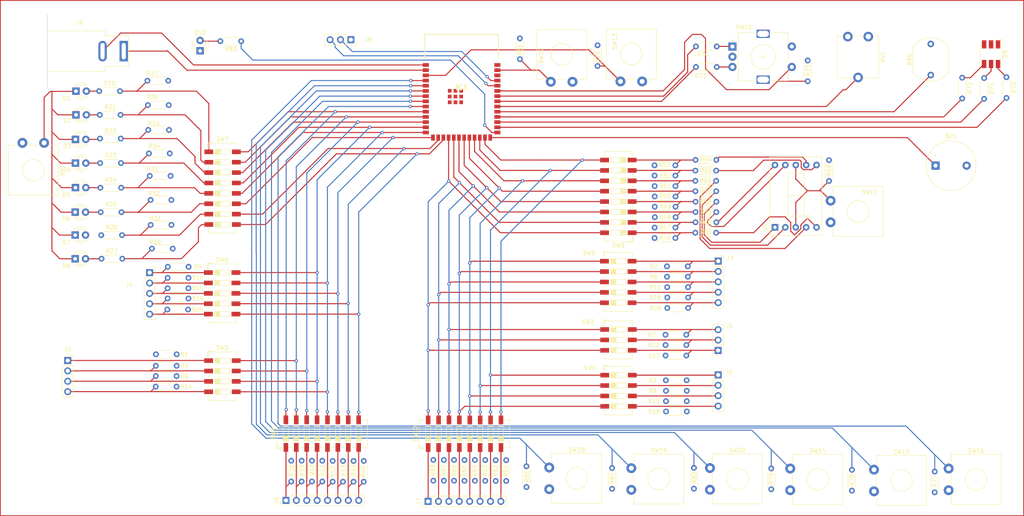
<source format=kicad_pcb>
(kicad_pcb (version 20211014) (generator pcbnew)
  (layers (0 "F.Cu" signal) (31 "B.Cu" signal) (34 "B.Paste" user) (35 "F.Paste" user) (36 "B.SilkS" user "B.Silkscreen") (37 "F.SilkS" user "F.Silkscreen") (38 "B.Mask" user) (39 "F.Mask" user) (44 "Edge.Cuts" user))
  (net 0 "")
  (net 1 "Net-(R22-Pad2)")
  (net 2 "GND_1")
  (net 3 "Net-(J6-Pad8)")
  (net 4 "Net-(J6-Pad7)")
  (net 5 "Net-(J6-Pad6)")
  (net 6 "Net-(J6-Pad5)")
  (net 7 "Net-(J6-Pad4)")
  (net 8 "Net-(J6-Pad3)")
  (net 9 "Net-(J6-Pad2)")
  (net 10 "Net-(J6-Pad1)")
  (net 11 "Net-(R20-Pad2)")
  (net 12 "Net-(R21-Pad2)")
  (net 13 "Net-(R46-Pad1)")
  (net 14 "Net-(R23-Pad2)")
  (net 15 "Net-(R24-Pad2)")
  (net 16 "Net-(R25-Pad2)")
  (net 17 "Net-(R26-Pad2)")
  (net 18 "Net-(R27-Pad2)")
  (net 19 "Net-(J4-Pad5)")
  (net 20 "Net-(J3-Pad5)")
  (net 21 "Net-(D8-Pad2)")
  (net 22 "Net-(D7-Pad2)")
  (net 23 "Net-(D6-Pad2)")
  (net 24 "Net-(R50-Pad1)")
  (net 25 "Net-(R57-Pad2)")
  (net 26 "Net-(J7-Pad2)")
  (net 27 "Net-(J7-Pad3)")
  (net 28 "Net-(J7-Pad4)")
  (net 29 "Net-(J7-Pad5)")
  (net 30 "Net-(J7-Pad6)")
  (net 31 "Net-(J7-Pad7)")
  (net 32 "Net-(J7-Pad8)")
  (net 33 "Net-(R47-Pad1)")
  (net 34 "Net-(R60-Pad2)")
  (net 35 "Net-(R48-Pad1)")
  (net 36 "Net-(R59-Pad2)")
  (net 37 "Net-(R49-Pad1)")
  (net 38 "Net-(R58-Pad2)")
  (net 39 "Net-(D5-Pad2)")
  (net 40 "Net-(R51-Pad1)")
  (net 41 "Net-(R56-Pad2)")
  (net 42 "Net-(R52-Pad1)")
  (net 43 "Net-(R55-Pad2)")
  (net 44 "Net-(R53-Pad1)")
  (net 45 "Net-(R54-Pad2)")
  (net 46 "IO42")
  (net 47 "3V3")
  (net 48 "Net-(J5-Pad1)")
  (net 49 "Net-(J3-Pad1)")
  (net 50 "Net-(J2-Pad1)")
  (net 51 "Net-(J7-Pad1)")
  (net 52 "Net-(R69-Pad2)")
  (net 53 "Net-(D9-Pad6)")
  (net 54 "IO35")
  (net 55 "Net-(D9-Pad5)")
  (net 56 "IO36")
  (net 57 "Net-(D9-Pad4)")
  (net 58 "IO37")
  (net 59 "Net-(R73-Pad1)")
  (net 60 "IO40")
  (net 61 "Net-(R74-Pad1)")
  (net 62 "IO41")
  (net 63 "Net-(D4-Pad2)")
  (net 64 "EN")
  (net 65 "IO16")
  (net 66 "IO15")
  (net 67 "IO7")
  (net 68 "IO1")
  (net 69 "IO6")
  (net 70 "IO0")
  (net 71 "Net-(D10-Pad2)")
  (net 72 "IO5")
  (net 73 "IO4")
  (net 74 "Net-(J4-Pad1)")
  (net 75 "Net-(D3-Pad2)")
  (net 76 "Net-(D2-Pad2)")
  (net 77 "Net-(D1-Pad2)")
  (net 78 "Net-(J4-Pad4)")
  (net 79 "Net-(J5-Pad4)")
  (net 80 "Net-(J1-Pad1)")
  (net 81 "Net-(J3-Pad4)")
  (net 82 "Net-(J4-Pad3)")
  (net 83 "Net-(J2-Pad4)")
  (net 84 "Net-(J5-Pad3)")
  (net 85 "Net-(J1-Pad2)")
  (net 86 "Net-(J3-Pad3)")
  (net 87 "Net-(J4-Pad2)")
  (net 88 "Net-(J2-Pad3)")
  (net 89 "Net-(J5-Pad2)")
  (net 90 "Net-(J1-Pad3)")
  (net 91 "Net-(J3-Pad2)")
  (net 92 "Net-(J2-Pad2)")
  (net 93 "IO39")
  (net 94 "IO38")
  (net 95 "Net-(D1-Pad1)")
  (net 96 "IO17")
  (net 97 "IO18")
  (net 98 "IO8")
  (net 99 "IO19")
  (net 100 "IO20")
  (net 101 "IO3")
  (net 102 "IO46")
  (net 103 "IO9")
  (net 104 "IO10")
  (net 105 "IO11")
  (net 106 "IO12")
  (net 107 "IO13")
  (net 108 "IO14")
  (net 109 "IO21")
  (net 110 "IO47")
  (net 111 "IO48")
  (net 112 "IO45")
  (net 113 "RXD0")
  (net 114 "TXD0")
  (net 115 "Net-(R86-Pad2)")
  (footprint "Connector_PinHeader_2.54mm:PinHeader_1x08_P2.54mm_Vertical" (layer "F.Cu") (at 92.77 148.28 90)
    (fp_text reference "J6")
    (fp_text value "Conn_01x08_Male")
  )
  (footprint "LED_THT:LED_D3.0mm_IRBlack" (layer "F.Cu") (at 41.335 71.79)
    (fp_text reference "D5")
    (fp_text value "SFH4356P")
  )
  (footprint "Resistor_THT:R_Axial_DIN0204_L3.6mm_D1.6mm_P5.08mm_Horizontal" (layer "F.Cu") (at 168.895 36.97 -90)
    (fp_text reference "R76")
    (fp_text value "5k")
  )
  (footprint "Resistor_THT:R_Axial_DIN0204_L3.6mm_D1.6mm_P5.08mm_Horizontal" (layer "F.Cu") (at 187.975 79.02 180)
    (fp_text reference "R48")
    (fp_text value "1k")
  )
  (footprint "Resistor_THT:R_Axial_DIN0204_L3.6mm_D1.6mm_P5.08mm_Horizontal" (layer "F.Cu") (at 220.245 45.77 90)
    (fp_text reference "R75")
    (fp_text value "1K")
  )
  (footprint "LED_THT:LED_D3.0mm_IRBlack" (layer "F.Cu") (at 41.46 53.99)
    (fp_text reference "D2")
    (fp_text value "SFH4356P")
  )
  (footprint "Resistor_THT:R_Axial_DIN0204_L3.6mm_D1.6mm_P5.08mm_Horizontal" (layer "F.Cu") (at 68.975 91.15 180)
    (fp_text reference "R5")
    (fp_text value "1k")
  )
  (footprint "Resistor_THT:R_Axial_DIN0204_L3.6mm_D1.6mm_P5.08mm_Horizontal" (layer "F.Cu") (at 185.595 118.91)
    (fp_text reference "R3")
    (fp_text value "1k")
  )
  (footprint "Resistor_THT:R_Axial_DIN0204_L3.6mm_D1.6mm_P5.08mm_Horizontal" (layer "F.Cu") (at 268.805 44.78 -90)
    (fp_text reference "R70")
    (fp_text value "1K")
  )
  (footprint "Connector_PinSocket_2.54mm:PinSocket_1x04_P2.54mm_Vertical" (layer "F.Cu") (at 198.365 117.59)
    (fp_text reference "J5")
    (fp_text value "Conn_01x04_Female")
  )
  (footprint "Resistor_THT:R_Axial_DIN0204_L3.6mm_D1.6mm_P5.08mm_Horizontal" (layer "F.Cu") (at 251.275 141.23 -90)
    (fp_text reference "R77")
    (fp_text value "5k")
  )
  (footprint "Resistor_THT:R_Axial_DIN0204_L3.6mm_D1.6mm_P5.08mm_Horizontal" (layer "F.Cu") (at 47.335 59.79)
    (fp_text reference "R22")
    (fp_text value "180")
  )
  (footprint "Resistor_THT:R_Axial_DIN0204_L3.6mm_D1.6mm_P5.08mm_Horizontal" (layer "F.Cu") (at 185.515 110.29)
    (fp_text reference "R12")
    (fp_text value "1k")
  )
  (footprint "Resistor_THT:R_Axial_DIN0204_L3.6mm_D1.6mm_P5.08mm_Horizontal" (layer "F.Cu") (at 225.445 65.07 -90)
    (fp_text reference "R69")
    (fp_text value "5k")
  )
  (footprint "Resistor_THT:R_Axial_DIN0204_L3.6mm_D1.6mm_P5.08mm_Horizontal" (layer "F.Cu") (at 192.835 77.77)
    (fp_text reference "R59")
    (fp_text value "180")
  )
  (footprint "Connector_BarrelJack:BarrelJack_SwitchcraftConxall_RAPC10U_Horizontal" (layer "F.Cu") (at 53.135 38.41)
    (fp_text reference "J9")
    (fp_text value "Jack-DC")
    (fp_line (start -18.67 -9) (end -18.67 9) (layer "Edge.Cuts") (width 0.12))
  )
  (footprint "Button_Switch_SMD:SW_DIP_SPSTx08_Slide_6.7x21.88mm_W6.73mm_P2.54mm_LowProfile_JPin" (layer "F.Cu") (at 77.2775 71.92)
    (fp_text reference "SW7")
    (fp_text value "SW_DIP_x08")
  )
  (footprint "Display_7Segment:D1X8K" (layer "F.Cu") (at 212.245 81.4975 90)
    (fp_text reference "U1")
    (fp_text value "D168K")
  )
  (footprint "LED_THT:LED_D3.0mm_IRBlack" (layer "F.Cu") (at 41.26 77.79)
    (fp_text reference "D6")
    (fp_text value "SFH4356P")
  )
  (footprint "Resistor_THT:R_Axial_DIN0204_L3.6mm_D1.6mm_P5.08mm_Horizontal" (layer "F.Cu") (at 263.345 44.99 -90)
    (fp_text reference "R71")
    (fp_text value "1K")
  )
  (footprint "Resistor_THT:R_Axial_DIN0204_L3.6mm_D1.6mm_P5.08mm_Horizontal" (layer "F.Cu") (at 187.935 81.55 180)
    (fp_text reference "R47")
    (fp_text value "1k")
  )
  (footprint "Resistor_THT:R_Axial_DIN0204_L3.6mm_D1.6mm_P5.08mm_Horizontal" (layer "F.Cu") (at 187.915 84.11 180)
    (fp_text reference "R46")
    (fp_text value "1k")
  )
  (footprint "Resistor_THT:R_Axial_DIN0204_L3.6mm_D1.6mm_P5.08mm_Horizontal" (layer "F.Cu") (at 185.915 96.14)
    (fp_text reference "R11")
    (fp_text value "1k")
  )
  (footprint "Resistor_THT:R_Axial_DIN0204_L3.6mm_D1.6mm_P5.08mm_Horizontal" (layer "F.Cu") (at 68.865 101.6 180)
    (fp_text reference "R29")
    (fp_text value "1k")
  )
  (footprint "Resistor_THT:R_Axial_DIN0204_L3.6mm_D1.6mm_P5.08mm_Horizontal" (layer "F.Cu") (at 198.025 42.28 180)
    (fp_text reference "R73")
    (fp_text value "5K")
  )
  (footprint "Resistor_THT:R_Axial_DIN0204_L3.6mm_D1.6mm_P5.08mm_Horizontal" (layer "F.Cu") (at 141.465 143.49 90)
    (fp_text reference "R63")
    (fp_text value "1k")
  )
  (footprint "Resistor_THT:R_Axial_DIN0204_L3.6mm_D1.6mm_P5.08mm_Horizontal" (layer "F.Cu") (at 185.855 91.04)
    (fp_text reference "R2")
    (fp_text value "1k")
  )
  (footprint "LED_THT:LED_D3.0mm_IRBlack" (layer "F.Cu") (at 41.335 65.79)
    (fp_text reference "D4")
    (fp_text value "SFH4356P")
  )
  (footprint "Resistor_THT:R_Axial_DIN0204_L3.6mm_D1.6mm_P5.08mm_Horizontal" (layer "F.Cu") (at 66.035 120.45 180)
    (fp_text reference "R14")
    (fp_text value "1k")
  )
  (footprint "Button_Switch_SMD:SW_DIP_SPSTx08_Slide_6.7x21.88mm_W6.73mm_P2.54mm_LowProfile_JPin" (layer "F.Cu") (at 136.4075 131.98 90)
    (fp_text reference "SW10")
    (fp_text value "SW_DIP_x08")
  )
  (footprint "Resistor_THT:R_Axial_DIN0204_L3.6mm_D1.6mm_P5.08mm_Horizontal" (layer "F.Cu") (at 66.045 117.88 180)
    (fp_text reference "R9")
    (fp_text value "1k")
  )
  (footprint "Resistor_THT:R_Axial_DIN0204_L3.6mm_D1.6mm_P5.08mm_Horizontal" (layer "F.Cu") (at 96.595 138.57 -90)
    (fp_text reference "R39")
    (fp_text value "1k")
  )
  (footprint "Button_Switch_THT:SW_CW_GPTS203211B" (layer "F.Cu") (at 157.475 45.9 90)
    (fp_text reference "SW17")
    (fp_text value "SW_Push")
  )
  (footprint "Resistor_THT:R_Axial_DIN0204_L3.6mm_D1.6mm_P5.08mm_Horizontal" (layer "F.Cu") (at 192.795 82.81)
    (fp_text reference "R86")
    (fp_text value "180")
  )
  (footprint "Buzzer_Beeper:Buzzer_12x9.5RM7.6" (layer "F.Cu") (at 251.475 66.41)
    (fp_text reference "BZ1")
    (fp_text value "Buzzer 5V")
  )
  (footprint "Resistor_THT:R_Axial_DIN0204_L3.6mm_D1.6mm_P5.08mm_Horizontal" (layer "F.Cu") (at 59.705 80.91)
    (fp_text reference "R31")
    (fp_text value "1k")
  )
  (footprint "Connector_PinSocket_2.54mm:PinSocket_1x03_P2.54mm_Vertical" (layer "F.Cu") (at 108.635 35.61 -90)
    (fp_text reference "J8")
    (fp_text value "Conn_01x03_Female")
  )
  (footprint "Resistor_THT:R_Axial_DIN0204_L3.6mm_D1.6mm_P5.08mm_Horizontal" (layer "F.Cu") (at 99.115 138.57 -90)
    (fp_text reference "R40")
    (fp_text value "1k")
  )
  (footprint "Button_Switch_THT:SW_CW_GPTS203211B" (layer "F.Cu") (at 215.975 140.49)
    (fp_text reference "SW14")
    (fp_text value "SW_Push")
  )
  (footprint "Button_Switch_SMD:SW_DIP_SPSTx04_Slide_6.7x11.72mm_W6.73mm_P2.54mm_LowProfile_JPin" (layer "F.Cu") (at 77.2425 117.9)
    (fp_text reference "SW2")
    (fp_text value "SW_DIP_x04")
  )
  (footprint "Resistor_THT:R_Axial_DIN0204_L3.6mm_D1.6mm_P5.08mm_Horizontal" (layer "F.Cu") (at 47.645 83.41)
    (fp_text reference "R26")
    (fp_text value "180")
  )
  (footprint "LED_THT:LED_D3.0mm_IRBlack" (layer "F.Cu") (at 41.26 83.39)
    (fp_text reference "D7")
    (fp_text value "SFH4356P")
  )
  (footprint "Button_Switch_SMD:SW_DIP_SPSTx05_Slide_6.7x14.26mm_W6.73mm_P2.54mm_LowProfile_JPin" (layer "F.Cu") (at 173.95 94.86)
    (fp_text reference "SW5")
    (fp_text value "SW_DIP_x05")
  )
  (footprint "Resistor_THT:R_Axial_DIN0204_L3.6mm_D1.6mm_P5.08mm_Horizontal" (layer "F.Cu") (at 192.805 67.62)
    (fp_text reference "R55")
    (fp_text value "180")
  )
  (footprint "Button_Switch_THT:SW_CW_GPTS203211B" (layer "F.Cu") (at 196.365 140.37)
    (fp_text reference "SW20")
    (fp_text value "SW_Push")
  )
  (footprint "Resistor_THT:R_Axial_DIN0204_L3.6mm_D1.6mm_P5.08mm_Horizontal" (layer "F.Cu") (at 185.945 101.22)
    (fp_text reference "R28")
    (fp_text value "1k")
  )
  (footprint "Resistor_THT:R_Axial_DIN0204_L3.6mm_D1.6mm_P5.08mm_Horizontal" (layer "F.Cu") (at 185.615 121.47)
    (fp_text reference "R8")
    (fp_text value "1k")
  )
  (footprint "Resistor_THT:R_Axial_DIN0204_L3.6mm_D1.6mm_P5.08mm_Horizontal" (layer "F.Cu") (at 185.495 107.76)
    (fp_text reference "R7")
    (fp_text value "1k")
  )
  (footprint "Resistor_THT:R_Axial_DIN0204_L3.6mm_D1.6mm_P5.08mm_Horizontal" (layer "F.Cu") (at 136.385 143.48 90)
    (fp_text reference "R65")
    (fp_text value "1k")
  )
  (footprint "Connector_PinSocket_2.54mm:PinSocket_1x05_P2.54mm_Vertical" (layer "F.Cu") (at 59.46 92.58)
    (fp_text reference "J4")
    (fp_text value "Conn_01x05_Female")
  )
  (footprint "Resistor_THT:R_Axial_DIN0204_L3.6mm_D1.6mm_P5.08mm_Horizontal" (layer "F.Cu") (at 187.915 68.84 180)
    (fp_text reference "R52")
    (fp_text value "1k")
  )
  (footprint "Resistor_THT:R_Axial_DIN0204_L3.6mm_D1.6mm_P5.08mm_Horizontal" (layer "F.Cu") (at 68.935 96.4 180)
    (fp_text reference "R15")
    (fp_text value "1k")
  )
  (footprint "LED_SMD:LED_RGB_5050-6" (layer "F.Cu") (at 265.045 39.15 -90)
    (fp_text reference "D9")
    (fp_text value "LED_RGB")
  )
  (footprint "Resistor_THT:R_Axial_DIN0204_L3.6mm_D1.6mm_P5.08mm_Horizontal" (layer "F.Cu") (at 138.925 143.47 90)
    (fp_text reference "R64")
    (fp_text value "1k")
  )
  (footprint "Resistor_THT:R_Axial_DIN0204_L3.6mm_D1.6mm_P5.08mm_Horizontal" (layer "F.Cu") (at 58.915 45.64)
    (fp_text reference "R37")
    (fp_text value "1k")
  )
  (footprint "Resistor_THT:R_Axial_DIN0204_L3.6mm_D1.6mm_P5.08mm_Horizontal" (layer "F.Cu") (at 185.635 126.53)
    (fp_text reference "R18")
    (fp_text value "1k")
  )
  (footprint "Rotary_Encoder:RotaryEncoder_Alps_EC11E-Switch_Vertical_H20mm" (layer "F.Cu") (at 201.855 37.28)
    (fp_text reference "SW12")
    (fp_text value "RotaryEncoder_Switch")
  )
  (footprint "Resistor_THT:R_Axial_DIN0204_L3.6mm_D1.6mm_P5.08mm_Horizontal" (layer "F.Cu") (at 257.985 44.9 -90)
    (fp_text reference "R72")
    (fp_text value "1K")
  )
  (footprint "Button_Switch_THT:SW_CW_GPTS203211B" (layer "F.Cu") (at 225.845 74.97)
    (fp_text reference "SW11")
    (fp_text value "SW_Push")
  )
  (footprint "Button_Switch_SMD:SW_DIP_SPSTx04_Slide_6.7x11.72mm_W6.73mm_P2.54mm_LowProfile_JPin" (layer "F.Cu") (at 174.025 121.46)
    (fp_text reference "SW4")
    (fp_text value "SW_DIP_x04")
  )
  (footprint "ESP32S3WROOM:ESP32S3WROOM1N8R2" (layer "F.Cu") (at 135.6775 47.05)
    (fp_text reference "IC1")
    (fp_text value "ESP32-S3-WROOM-1-N8R2" hide)
  )
  (footprint "Resistor_THT:R_Axial_DIN0204_L3.6mm_D1.6mm_P5.08mm_Horizontal" (layer "F.Cu") (at 68.945 93.86 180)
    (fp_text reference "R10")
    (fp_text value "1k")
  )
  (footprint "Resistor_THT:R_Axial_DIN0204_L3.6mm_D1.6mm_P5.08mm_Horizontal" (layer "F.Cu") (at 47.375 65.78)
    (fp_text reference "R23")
    (fp_text value "180")
  )
  (footprint "Button_Switch_THT:SW_CW_GPTS203211B" (layer "F.Cu") (at 236.445 140.76)
    (fp_text reference "SW15")
    (fp_text value "SW_Push")
  )
  (footprint "Potentiometer_THT:Potentiometer_ACP_CA9-V10_Vertical" (layer "F.Cu") (at 230.05 34.85 -90)
    (fp_text reference "RV1")
    (fp_text value "R_Potentiometer_Trim")
  )
  (footprint "Button_Switch_THT:SW_CW_GPTS203211B" (layer "F.Cu") (at 177.145 140.4)
    (fp_text reference "SW19")
    (fp_text value "SW_Push")
  )
  (footprint "Button_Switch_SMD:SW_DIP_SPSTx08_Slide_6.7x21.88mm_W6.73mm_P2.54mm_LowProfile_JPin" (layer "F.Cu") (at 173.9775 73.93 180)
    (fp_text reference "SW8")
    (fp_text value "SW_DIP_x08")
  )
  (footprint "Resistor_THT:R_Axial_DIN0204_L3.6mm_D1.6mm_P5.08mm_Horizontal" (layer "F.Cu") (at 187.945 73.95 180)
    (fp_text reference "R50")
    (fp_text value "1k")
  )
  (footprint "Resistor_THT:R_Axial_DIN0204_L3.6mm_D1.6mm_P5.08mm_Horizontal" (layer "F.Cu") (at 66.075 112.55 180)
    (fp_text reference "R1")
    (fp_text value "1k")
  )
  (footprint "Resistor_THT:R_Axial_DIN0204_L3.6mm_D1.6mm_P5.08mm_Horizontal" (layer "F.Cu") (at 133.835 143.46 90)
    (fp_text reference "R66")
    (fp_text value "1k")
  )
  (footprint "LED_THT:LED_D3.0mm_IRBlack" (layer "F.Cu") (at 41.335 59.99)
    (fp_text reference "D3")
    (fp_text value "SFH4356P")
  )
  (footprint "Resistor_THT:R_Axial_DIN0204_L3.6mm_D1.6mm_P5.08mm_Horizontal" (layer "F.Cu") (at 60.025 86.7)
    (fp_text reference "R30")
    (fp_text value "1k")
  )
  (footprint "Resistor_THT:R_Axial_DIN0204_L3.6mm_D1.6mm_P5.08mm_Horizontal" (layer "F.Cu") (at 172.455 140.36 -90)
    (fp_text reference "R84")
    (fp_text value "5k")
  )
  (footprint "Resistor_THT:R_Axial_DIN0204_L3.6mm_D1.6mm_P5.08mm_Horizontal" (layer "F.Cu") (at 59.495 68.91)
    (fp_text reference "R33")
    (fp_text value "1k")
  )
  (footprint "Resistor_THT:R_Axial_DIN0204_L3.6mm_D1.6mm_P5.08mm_Horizontal" (layer "F.Cu") (at 187.955 76.44 180)
    (fp_text reference "R49")
    (fp_text value "1k")
  )
  (footprint "Connector_PinSocket_2.54mm:PinSocket_1x04_P2.54mm_Vertical" (layer "F.Cu") (at 39.45 114.06)
    (fp_text reference "J2")
    (fp_text value "Conn_01x04_Female")
  )
  (footprint "Button_Switch_THT:SW_CW_GPTS203211B" (layer "F.Cu") (at 174.495 45.82 90)
    (fp_text reference "SW13")
    (fp_text value "SW_Push")
  )
  (footprint "Resistor_THT:R_Axial_DIN0204_L3.6mm_D1.6mm_P5.08mm_Horizontal" (layer "F.Cu") (at 211.335 140.47 -90)
    (fp_text reference "R79")
    (fp_text value "5k")
  )
  (footprint "Button_Switch_THT:SW_CW_GPTS203211B" (layer "F.Cu") (at 254.675 140.49)
    (fp_text reference "SW16")
    (fp_text value "SW_Push")
  )
  (footprint "Resistor_THT:R_Axial_DIN0204_L3.6mm_D1.6mm_P5.08mm_Horizontal" (layer "F.Cu") (at 198.015 37.26 180)
    (fp_text reference "R74")
    (fp_text value "5K")
  )
  (footprint "Resistor_THT:R_Axial_DIN0204_L3.6mm_D1.6mm_P5.08mm_Horizontal" (layer "F.Cu") (at 47.275 53.99)
    (fp_text reference "R21")
    (fp_text value "180")
  )
  (footprint "Resistor_THT:R_Axial_DIN0204_L3.6mm_D1.6mm_P5.08mm_Horizontal" (layer "F.Cu") (at 47.135 48.19)
    (fp_text reference "R20")
    (fp_text value "180")
  )
  (footprint "Resistor_THT:R_Axial_DIN0204_L3.6mm_D1.6mm_P5.08mm_Horizontal" (layer "F.Cu") (at 149.925 35.29 -90)
    (fp_text reference "R81")
    (fp_text value "5k")
  )
  (footprint "Resistor_THT:R_Axial_DIN0204_L3.6mm_D1.6mm_P5.08mm_Horizontal" (layer "F.Cu") (at 144.015 143.52 90)
    (fp_text reference "R62")
    (fp_text value "1k")
  )
  (footprint "Connector_PinSocket_2.54mm:PinSocket_1x05_P2.54mm_Vertical" (layer "F.Cu") (at 198.38 89.75)
    (fp_text reference "J3")
    (fp_text value "Conn_01x05_Female")
  )
  (footprint "Connector_PinSocket_2.54mm:PinSocket_1x03_P2.54mm_Vertical" (layer "F.Cu") (at 198.355 111.61 180)
    (fp_text reference "J1")
    (fp_text value "Conn_01x03_Female")
  )
  (footprint "Resistor_THT:R_Axial_DIN0204_L3.6mm_D1.6mm_P5.08mm_Horizontal" (layer "F.Cu") (at 192.815 72.66)
    (fp_text reference "R57")
    (fp_text value "180")
  )
  (footprint "Resistor_THT:R_Axial_DIN0204_L3.6mm_D1.6mm_P5.08mm_Horizontal" (layer "F.Cu") (at 59.695 74.8)
    (fp_text reference "R32")
    (fp_text value "1k")
  )
  (footprint "Resistor_THT:R_Axial_DIN0204_L3.6mm_D1.6mm_P5.08mm_Horizontal" (layer "F.Cu") (at 128.775 143.45 90)
    (fp_text reference "R68")
    (fp_text value "1k")
  )
  (footprint "Button_Switch_THT:SW_CW_GPTS203211B" (layer "F.Cu") (at 33.685 60.84 -90)
    (fp_text reference "SW1")
    (fp_text value "SW_Push")
  )
  (footprint "Connector_PinHeader_2.54mm:PinHeader_1x08_P2.54mm_Vertical" (layer "F.Cu") (at 127.49 148.52 90)
    (fp_text reference "J7")
    (fp_text value "Conn_01x08_Male")
  )
  (footprint "Resistor_THT:R_Axial_DIN0204_L3.6mm_D1.6mm_P5.08mm_Horizontal" (layer "F.Cu") (at 81.825 35.975 180)
    (fp_text reference "R83")
    (fp_text value "1k")
  )
  (footprint "Resistor_THT:R_Axial_DIN0204_L3.6mm_D1.6mm_P5.08mm_Horizontal" (layer "F.Cu") (at 185.615 124.02)
    (fp_text reference "R13")
    (fp_text value "1k")
  )
  (footprint "Resistor_THT:R_Axial_DIN0204_L3.6mm_D1.6mm_P5.08mm_Horizontal" (layer "F.Cu") (at 109.285 138.63 -90)
    (fp_text reference "R44")
    (fp_text value "1k")
  )
  (footprint "Resistor_THT:R_Axial_DIN0204_L3.6mm_D1.6mm_P5.08mm_Horizontal" (layer "F.Cu") (at 47.495 77.79)
    (fp_text reference "R25")
    (fp_text value "180")
  )
  (footprint "Resistor_THT:R_Axial_DIN0204_L3.6mm_D1.6mm_P5.08mm_Horizontal" (layer "F.Cu") (at 111.775 138.62 -90)
    (fp_text reference "R45")
    (fp_text value "1k")
  )
  (footprint "Resistor_THT:R_Axial_DIN0204_L3.6mm_D1.6mm_P5.08mm_Horizontal" (layer "F.Cu") (at 106.705 138.63 -90)
    (fp_text reference "R43")
    (fp_text value "1k")
  )
  (footprint "LED_THT:LED_D3.0mm_IRBlack" (layer "F.Cu") (at 71.785 38.33 90)
    (fp_text reference "D10")
    (fp_text value "LED")
  )
  (footprint "Resistor_THT:R_Axial_DIN0204_L3.6mm_D1.6mm_P5.08mm_Horizontal" (layer "F.Cu") (at 59.295 63.42)
    (fp_text reference "R34")
    (fp_text value "1k")
  )
  (footprint "Resistor_THT:R_Axial_DIN0204_L3.6mm_D1.6mm_P5.08mm_Horizontal" (layer "F.Cu") (at 151.525 139.94 -90)
    (fp_text reference "R85")
    (fp_text value "5k")
  )
  (footprint "Resistor_THT:R_Axial_DIN0204_L3.6mm_D1.6mm_P5.08mm_Horizontal" (layer "F.Cu") (at 101.655 138.58 -90)
    (fp_text reference "R41")
    (fp_text value "1k")
  )
  (footprint "Resistor_THT:R_Axial_DIN0204_L3.6mm_D1.6mm_P5.08mm_Horizontal" (layer "F.Cu") (at 185.945 98.66)
    (fp_text reference "R16")
    (fp_text value "1k")
  )
  (footprint "Resistor_THT:R_Axial_DIN0204_L3.6mm_D1.6mm_P5.08mm_Horizontal" (layer "F.Cu") (at 192.805 70.13)
    (fp_text reference "R56")
    (fp_text value "180")
  )
  (footprint "Resistor_THT:R_Axial_DIN0204_L3.6mm_D1.6mm_P5.08mm_Horizontal" (layer "F.Cu") (at 131.335 143.46 90)
    (fp_text reference "R67")
    (fp_text value "1k")
  )
  (footprint "Resistor_THT:R_Axial_DIN0204_L3.6mm_D1.6mm_P5.08mm_Horizontal" (layer "F.Cu") (at 59.035 51.6)
    (fp_text reference "R36")
    (fp_text value "1k")
  )
  (footprint "Button_Switch_THT:SW_CW_GPTS203211B" (layer "F.Cu") (at 157.095 140.24)
    (fp_text reference "SW18")
    (fp_text value "SW_Push")
  )
  (footprint "Resistor_THT:R_Axial_DIN0204_L3.6mm_D1.6mm_P5.08mm_Horizontal" (layer "F.Cu") (at 59.115 57.68)
    (fp_text reference "R35")
    (fp_text value "1k")
  )
  (footprint "Resistor_THT:R_Axial_DIN0204_L3.6mm_D1.6mm_P5.08mm_Horizontal" (layer "F.Cu") (at 104.175 138.61 -90)
    (fp_text reference "R42")
    (fp_text value "1k")
  )
  (footprint "Resistor_THT:R_Axial_DIN0204_L3.6mm_D1.6mm_P5.08mm_Horizontal" (layer "F.Cu") (at 185.875 93.57)
    (fp_text reference "R6")
    (fp_text value "1k")
  )
  (footprint "Resistor_THT:R_Axial_DIN0204_L3.6mm_D1.6mm_P5.08mm_Horizontal" (layer "F.Cu") (at 47.705 89.17)
    (fp_text reference "R27")
    (fp_text value "180")
  )
  (footprint "Resistor_THT:R_Axial_DIN0204_L3.6mm_D1.6mm_P5.08mm_Horizontal" (layer "F.Cu") (at 146.585 143.52 90)
    (fp_text reference "R61")
    (fp_text value "1k")
  )
  (footprint "Resistor_THT:R_Axial_DIN0204_L3.6mm_D1.6mm_P5.08mm_Horizontal" (layer "F.Cu") (at 185.515 112.85)
    (fp_text reference "R17")
    (fp_text value "1k")
  )
  (footprint "Resistor_THT:R_Axial_DIN0204_L3.6mm_D1.6mm_P5.08mm_Horizontal" (layer "F.Cu") (at 192.845 75.23)
    (fp_text reference "R58")
    (fp_text value "180")
  )
  (footprint "Resistor_THT:R_Axial_DIN0204_L3.6mm_D1.6mm_P5.08mm_Horizontal" (layer "F.Cu") (at 192.835 80.26)
    (fp_text reference "R60")
    (fp_text value "180")
  )
  (footprint "Resistor_THT:R_Axial_DIN0204_L3.6mm_D1.6mm_P5.08mm_Horizontal" (layer "F.Cu") (at 192.445 140.32 -90)
    (fp_text reference "R82")
    (fp_text value "5k")
  )
  (footprint "Resistor_THT:R_Axial_DIN0204_L3.6mm_D1.6mm_P5.08mm_Horizontal" (layer "F.Cu") (at 187.935 71.41 180)
    (fp_text reference "R51")
    (fp_text value "1k")
  )
  (footprint "Button_Switch_SMD:SW_DIP_SPSTx08_Slide_6.7x21.88mm_W6.73mm_P2.54mm_LowProfile_JPin" (layer "F.Cu") (at 101.6375 131.945 90)
    (fp_text reference "SW9")
    (fp_text value "SW_DIP_x08")
  )
  (footprint "Button_Switch_SMD:SW_DIP_SPSTx05_Slide_6.7x14.26mm_W6.73mm_P2.54mm_LowProfile_JPin" (layer "F.Cu") (at 77.1775 97.64)
    (fp_text reference "SW6")
    (fp_text value "SW_DIP_x05")
  )
  (footprint "LED_THT:LED_D3.0mm_IRBlack" (layer "F.Cu") (at 41.46 48.19)
    (fp_text reference "D1")
    (fp_text value "SFH4356P")
  )
  (footprint "OptoDevice:R_LDR_10x8.5mm_P7.6mm_Vertical" (layer "F.Cu") (at 250.315 44.25 90)
    (fp_text reference "R80")
    (fp_text value "LDR03")
  )
  (footprint "Resistor_THT:R_Axial_DIN0204_L3.6mm_D1.6mm_P5.08mm_Horizontal" (layer "F.Cu") (at 187.905 66.33 180)
    (fp_text reference "R53")
    (fp_text value "1k")
  )
  (footprint "Resistor_THT:R_Axial_DIN0204_L3.6mm_D1.6mm_P5.08mm_Horizontal" (layer "F.Cu") (at 192.835 65.01)
    (fp_text reference "R54")
    (fp_text value "180")
  )
  (footprint "Resistor_THT:R_Axial_DIN0204_L3.6mm_D1.6mm_P5.08mm_Horizontal" (layer "F.Cu") (at 68.935 98.89 180)
    (fp_text reference "R19")
    (fp_text value "1k")
  )
  (footprint "Resistor_THT:R_Axial_DIN0204_L3.6mm_D1.6mm_P5.08mm_Horizontal" (layer "F.Cu") (at 47.425 71.81)
    (fp_text reference "R24")
    (fp_text value "180")
  )
  (footprint "LED_THT:LED_D3.0mm_IRBlack" (layer "F.Cu") (at 41.26 89.19)
    (fp_text reference "D8")
    (fp_text value "SFH4356P")
  )
  (footprint "Resistor_THT:R_Axial_DIN0204_L3.6mm_D1.6mm_P5.08mm_Horizontal" (layer "F.Cu") (at 94.055 138.58 -90)
    (fp_text reference "R38")
    (fp_text value "1k")
  )
  (footprint "Button_Switch_SMD:SW_DIP_SPSTx03_Slide_6.7x9.18mm_W6.73mm_P2.54mm_LowProfile_JPin" (layer "F.Cu") (at 174.005 109.03)
    (fp_text reference "SW3")
    (fp_text value "SW_DIP_x03")
  )
  (footprint "Resistor_THT:R_Axial_DIN0204_L3.6mm_D1.6mm_P5.08mm_Horizontal" (layer "F.Cu") (at 231.045 140.81 -90)
    (fp_text reference "R78")
    (fp_text value "5k")
  )
  (footprint "Resistor_THT:R_Axial_DIN0204_L3.6mm_D1.6mm_P5.08mm_Horizontal" (layer "F.Cu") (at 66.055 115.36 180)
    (fp_text reference "R4")
    (fp_text value "1k")
  )
  (gr_line (start 24 152) (end 23 152) (layer "F.Cu") (width 0.2))
  (gr_line (start 23 152) (end 23 26) (layer "F.Cu") (width 0.2))
  (gr_line (start 273 26) (end 273 152) (layer "F.Cu") (width 0.2))
  (gr_line (start 23 26) (end 273 26) (layer "F.Cu") (width 0.2))
  (gr_line (start 273 152) (end 24 152) (layer "F.Cu") (width 0.2))
  (segment (start 66.155 59.79) (end 70.545 64.18) (width 0.25) (layer "F.Cu") (net 1))
  (segment (start 52.415 59.79) (end 57.085 59.79) (width 0.25) (layer "F.Cu") (net 1))
  (segment (start 70.545 65.8) (end 72.855 68.11) (width 0.25) (layer "F.Cu") (net 1))
  (segment (start 70.545 64.18) (end 70.545 65.8) (width 0.25) (layer "F.Cu") (net 1))
  (segment (start 57.085 59.79) (end 66.155 59.79) (width 0.25) (layer "F.Cu") (net 1))
  (segment (start 57.085 59.71) (end 57.085 59.79) (width 0.25) (layer "F.Cu") (net 1))
  (segment (start 59.115 57.68) (end 57.085 59.71) (width 0.25) (layer "F.Cu") (net 1))
  (segment (start 72.855 68.11) (end 73.9125 68.11) (width 0.25) (layer "F.Cu") (net 1))
  (segment (start 47.955 38.41) (end 52.385 33.98) (width 0.25) (layer "F.Cu") (net 2))
  (segment (start 62.375 33.98) (end 70.185 41.79) (width 0.25) (layer "F.Cu") (net 2))
  (segment (start 70.185 41.79) (end 126.9275 41.79) (width 0.25) (layer "F.Cu") (net 2))
  (segment (start 52.385 33.98) (end 62.375 33.98) (width 0.25) (layer "F.Cu") (net 2))
  (segment (start 110.5275 135.31) (end 110.5275 144.9175) (width 0.25) (layer "F.Cu") (net 3))
  (segment (start 111.775 143.7) (end 110.5575 144.9175) (width 0.25) (layer "F.Cu") (net 3))
  (segment (start 110.5275 144.9175) (end 110.5275 148.2575) (width 0.25) (layer "F.Cu") (net 3))
  (segment (start 110.5275 148.2575) (end 110.55 148.28) (width 0.25) (layer "F.Cu") (net 3))
  (segment (start 110.5575 144.9175) (end 110.5275 144.9175) (width 0.25) (layer "F.Cu") (net 3))
  (segment (start 107.9875 145.0875) (end 107.9875 148.2575) (width 0.25) (layer "F.Cu") (net 4))
  (segment (start 107.9875 135.31) (end 107.9875 145.0875) (width 0.25) (layer "F.Cu") (net 4))
  (segment (start 107.9875 148.2575) (end 108.01 148.28) (width 0.25) (layer "F.Cu") (net 4))
  (segment (start 107.9875 145.0075) (end 107.9875 145.0875) (width 0.25) (layer "F.Cu") (net 4))
  (segment (start 109.285 143.71) (end 107.9875 145.0075) (width 0.25) (layer "F.Cu") (net 4))
  (segment (start 105.4475 145.0975) (end 105.4475 148.2575) (width 0.25) (layer "F.Cu") (net 5))
  (segment (start 105.4475 135.31) (end 105.4475 145.0975) (width 0.25) (layer "F.Cu") (net 5))
  (segment (start 105.4475 144.9675) (end 105.4475 145.0975) (width 0.25) (layer "F.Cu") (net 5))
  (segment (start 106.705 143.71) (end 105.4475 144.9675) (width 0.25) (layer "F.Cu") (net 5))
  (segment (start 105.4475 148.2575) (end 105.47 148.28) (width 0.25) (layer "F.Cu") (net 5))
  (segment (start 104.175 143.69) (end 102.95 144.915) (width 0.25) (layer "F.Cu") (net 6))
  (segment (start 102.93 148.28) (end 102.93 144.915) (width 0.25) (layer "F.Cu") (net 6))
  (segment (start 102.93 135.3325) (end 102.9075 135.31) (width 0.25) (layer "F.Cu") (net 6))
  (segment (start 102.95 144.915) (end 102.93 144.915) (width 0.25) (layer "F.Cu") (net 6))
  (segment (start 102.93 144.915) (end 102.93 135.3325) (width 0.25) (layer "F.Cu") (net 6))
  (segment (start 100.51 144.805) (end 100.39 144.805) (width 0.25) (layer "F.Cu") (net 7))
  (segment (start 101.655 143.66) (end 100.51 144.805) (width 0.25) (layer "F.Cu") (net 7))
  (segment (start 100.39 144.805) (end 100.39 135.3325) (width 0.25) (layer "F.Cu") (net 7))
  (segment (start 100.39 148.28) (end 100.39 144.805) (width 0.25) (layer "F.Cu") (net 7))
  (segment (start 100.39 135.3325) (end 100.3675 135.31) (width 0.25) (layer "F.Cu") (net 7))
  (segment (start 97.96 144.805) (end 97.85 144.805) (width 0.25) (layer "F.Cu") (net 8))
  (segment (start 99.115 143.65) (end 97.96 144.805) (width 0.25) (layer "F.Cu") (net 8))
  (segment (start 97.85 148.28) (end 97.85 144.805) (width 0.25) (layer "F.Cu") (net 8))
  (segment (start 97.85 144.805) (end 97.85 135.3325) (width 0.25) (layer "F.Cu") (net 8))
  (segment (start 97.85 135.3325) (end 97.8275 135.31) (width 0.25) (layer "F.Cu") (net 8))
  (segment (start 95.31 148.28) (end 95.31 144.955) (width 0.25) (layer "F.Cu") (net 9))
  (segment (start 95.31 144.955) (end 95.31 135.3325) (width 0.25) (layer "F.Cu") (net 9))
  (segment (start 95.31 144.935) (end 95.31 144.955) (width 0.25) (layer "F.Cu") (net 9))
  (segment (start 96.595 143.65) (end 95.31 144.935) (width 0.25) (layer "F.Cu") (net 9))
  (segment (start 95.31 135.3325) (end 95.2875 135.31) (width 0.25) (layer "F.Cu") (net 9))
  (segment (start 92.78 144.935) (end 92.77 144.935) (width 0.25) (layer "F.Cu") (net 10))
  (segment (start 92.77 144.935) (end 92.77 135.3325) (width 0.25) (layer "F.Cu") (net 10))
  (segment (start 94.055 143.66) (end 92.78 144.935) (width 0.25) (layer "F.Cu") (net 10))
  (segment (start 92.77 148.28) (end 92.77 144.935) (width 0.25) (layer "F.Cu") (net 10))
  (segment (start 92.77 135.3325) (end 92.7475 135.31) (width 0.25) (layer "F.Cu") (net 10))
  (segment (start 58.915 45.64) (end 56.415 48.14) (width 0.25) (layer "F.Cu") (net 11))
  (segment (start 56.415 48.14) (end 56.415 48.19) (width 0.25) (layer "F.Cu") (net 11))
  (segment (start 70.885 48.19) (end 56.415 48.19) (width 0.25) (layer "F.Cu") (net 11))
  (segment (start 56.415 48.19) (end 52.215 48.19) (width 0.25) (layer "F.Cu") (net 11))
  (segment (start 73.9125 51.2175) (end 70.885 48.19) (width 0.25) (layer "F.Cu") (net 11))
  (segment (start 73.9125 63.03) (end 73.9125 51.2175) (width 0.25) (layer "F.Cu") (net 11))
  (segment (start 72.545 65.57) (end 73.9125 65.57) (width 0.25) (layer "F.Cu") (net 12))
  (segment (start 68.105 53.99) (end 71.965 57.85) (width 0.25) (layer "F.Cu") (net 12))
  (segment (start 72.525 65.59) (end 72.545 65.57) (width 0.25) (layer "F.Cu") (net 12))
  (segment (start 71.965 65.03) (end 72.525 65.59) (width 0.25) (layer "F.Cu") (net 12))
  (segment (start 52.355 53.99) (end 56.645 53.99) (width 0.25) (layer "F.Cu") (net 12))
  (segment (start 71.965 57.85) (end 71.965 65.03) (width 0.25) (layer "F.Cu") (net 12))
  (segment (start 56.645 53.99) (end 68.105 53.99) (width 0.25) (layer "F.Cu") (net 12))
  (segment (start 59.035 51.6) (end 56.645 53.99) (width 0.25) (layer "F.Cu") (net 12))
  (segment (start 189.135 82.82) (end 192.785 82.82) (width 0.25) (layer "F.Cu") (net 13))
  (segment (start 177.3425 82.82) (end 189.135 82.82) (width 0.25) (layer "F.Cu") (net 13))
  (segment (start 187.915 84.11) (end 189.135 82.89) (width 0.25) (layer "F.Cu") (net 13))
  (segment (start 192.785 82.82) (end 192.795 82.81) (width 0.25) (layer "F.Cu") (net 13))
  (segment (start 189.135 82.89) (end 189.135 82.82) (width 0.25) (layer "F.Cu") (net 13))
  (segment (start 56.935 65.78) (end 56.825 65.78) (width 0.25) (layer "F.Cu") (net 14))
  (segment (start 67.815 65.78) (end 72.685 70.65) (width 0.25) (layer "F.Cu") (net 14))
  (segment (start 56.825 65.78) (end 67.815 65.78) (width 0.25) (layer "F.Cu") (net 14))
  (segment (start 52.455 65.78) (end 56.825 65.78) (width 0.25) (layer "F.Cu") (net 14))
  (segment (start 72.685 70.65) (end 73.9125 70.65) (width 0.25) (layer "F.Cu") (net 14))
  (segment (start 59.295 63.42) (end 56.935 65.78) (width 0.25) (layer "F.Cu") (net 14))
  (segment (start 56.505 71.81) (end 70.435 71.81) (width 0.25) (layer "F.Cu") (net 15))
  (segment (start 59.495 68.91) (end 56.595 71.81) (width 0.25) (layer "F.Cu") (net 15))
  (segment (start 70.435 71.81) (end 71.815 73.19) (width 0.25) (layer "F.Cu") (net 15))
  (segment (start 56.595 71.81) (end 56.505 71.81) (width 0.25) (layer "F.Cu") (net 15))
  (segment (start 71.815 73.19) (end 73.9125 73.19) (width 0.25) (layer "F.Cu") (net 15))
  (segment (start 52.505 71.81) (end 56.505 71.81) (width 0.25) (layer "F.Cu") (net 15))
  (segment (start 71.745 75.73) (end 73.9125 75.73) (width 0.25) (layer "F.Cu") (net 16))
  (segment (start 52.575 77.79) (end 56.555 77.79) (width 0.25) (layer "F.Cu") (net 16))
  (segment (start 59.695 74.8) (end 56.705 77.79) (width 0.25) (layer "F.Cu") (net 16))
  (segment (start 71.725 75.71) (end 71.745 75.73) (width 0.25) (layer "F.Cu") (net 16))
  (segment (start 56.555 77.79) (end 69.645 77.79) (width 0.25) (layer "F.Cu") (net 16))
  (segment (start 56.705 77.79) (end 56.555 77.79) (width 0.25) (layer "F.Cu") (net 16))
  (segment (start 69.645 77.79) (end 71.725 75.71) (width 0.25) (layer "F.Cu") (net 16))
  (segment (start 57.095 83.41) (end 66.745 83.41) (width 0.25) (layer "F.Cu") (net 17))
  (segment (start 59.705 80.91) (end 57.205 83.41) (width 0.25) (layer "F.Cu") (net 17))
  (segment (start 71.885 78.27) (end 73.9125 78.27) (width 0.25) (layer "F.Cu") (net 17))
  (segment (start 57.205 83.41) (end 57.095 83.41) (width 0.25) (layer "F.Cu") (net 17))
  (segment (start 52.725 83.41) (end 57.095 83.41) (width 0.25) (layer "F.Cu") (net 17))
  (segment (start 66.745 83.41) (end 71.885 78.27) (width 0.25) (layer "F.Cu") (net 17))
  (segment (start 72.165 80.81) (end 73.9125 80.81) (width 0.25) (layer "F.Cu") (net 18))
  (segment (start 52.785 89.17) (end 57.465 89.17) (width 0.25) (layer "F.Cu") (net 18))
  (segment (start 71.375 81.6) (end 72.165 80.81) (width 0.25) (layer "F.Cu") (net 18))
  (segment (start 57.555 89.17) (end 57.465 89.17) (width 0.25) (layer "F.Cu") (net 18))
  (segment (start 57.465 89.17) (end 67.225 89.17) (width 0.25) (layer "F.Cu") (net 18))
  (segment (start 67.225 89.17) (end 71.375 85.02) (width 0.25) (layer "F.Cu") (net 18))
  (segment (start 71.375 85.02) (end 71.375 81.6) (width 0.25) (layer "F.Cu") (net 18))
  (segment (start 60.025 86.7) (end 57.555 89.17) (width 0.25) (layer "F.Cu") (net 18))
  (segment (start 59.46 102.74) (end 62.445 102.74) (width 0.25) (layer "F.Cu") (net 19))
  (segment (start 63.785 101.6) (end 62.645 102.74) (width 0.25) (layer "F.Cu") (net 19))
  (segment (start 73.7925 102.74) (end 73.8125 102.72) (width 0.25) (layer "F.Cu") (net 19))
  (segment (start 62.645 102.74) (end 62.445 102.74) (width 0.25) (layer "F.Cu") (net 19))
  (segment (start 62.445 102.74) (end 73.7925 102.74) (width 0.25) (layer "F.Cu") (net 19))
  (segment (start 191.025 101.22) (end 192.305 99.94) (width 0.25) (layer "F.Cu") (net 20))
  (segment (start 192.305 99.94) (end 192.345 99.94) (width 0.25) (layer "F.Cu") (net 20))
  (segment (start 177.315 99.94) (end 192.345 99.94) (width 0.25) (layer "F.Cu") (net 20))
  (segment (start 198.35 99.94) (end 198.38 99.91) (width 0.25) (layer "F.Cu") (net 20))
  (segment (start 192.345 99.94) (end 198.35 99.94) (width 0.25) (layer "F.Cu") (net 20))
  (segment (start 47.685 89.19) (end 47.705 89.17) (width 0.25) (layer "F.Cu") (net 21))
  (segment (start 43.8 89.19) (end 47.685 89.19) (width 0.25) (layer "F.Cu") (net 21))
  (segment (start 43.8 77.79) (end 47.495 77.79) (width 0.25) (layer "F.Cu") (net 23))
  (segment (start 189.235 72.66) (end 189.295 72.66) (width 0.25) (layer "F.Cu") (net 24))
  (segment (start 189.295 72.66) (end 192.815 72.66) (width 0.25) (layer "F.Cu") (net 24))
  (segment (start 177.3425 72.66) (end 189.295 72.66) (width 0.25) (layer "F.Cu") (net 24))
  (segment (start 187.945 73.95) (end 189.235 72.66) (width 0.25) (layer "F.Cu") (net 24))
  (segment (start 196.475 85.86) (end 194.455 83.84) (width 0.25) (layer "F.Cu") (net 25))
  (segment (start 194.455 83.84) (end 194.455 76.1) (width 0.25) (layer "F.Cu") (net 25))
  (segment (start 210.4225 85.86) (end 196.475 85.86) (width 0.25) (layer "F.Cu") (net 25))
  (segment (start 214.785 81.4975) (end 210.4225 85.86) (width 0.25) (layer "F.Cu") (net 25))
  (segment (start 194.455 76.1) (end 197.895 72.66) (width 0.25) (layer "F.Cu") (net 25))
  (segment (start 130.0575 135.345) (end 130.0575 148.4925) (width 0.25) (layer "F.Cu") (net 26))
  (segment (start 130.0575 148.4925) (end 130.03 148.52) (width 0.25) (layer "F.Cu") (net 26))
  (segment (start 132.5975 135.345) (end 132.5975 148.4925) (width 0.25) (layer "F.Cu") (net 27))
  (segment (start 132.5975 148.4925) (end 132.57 148.52) (width 0.25) (layer "F.Cu") (net 27))
  (segment (start 135.1375 135.345) (end 135.1375 148.4925) (width 0.25) (layer "F.Cu") (net 28))
  (segment (start 135.1375 148.4925) (end 135.11 148.52) (width 0.25) (layer "F.Cu") (net 28))
  (segment (start 137.6775 135.345) (end 137.6775 148.4925) (width 0.25) (layer "F.Cu") (net 29))
  (segment (start 137.6775 148.4925) (end 137.65 148.52) (width 0.25) (layer "F.Cu") (net 29))
  (segment (start 140.2175 148.4925) (end 140.19 148.52) (width 0.25) (layer "F.Cu") (net 30))
  (segment (start 140.2175 135.345) (end 140.2175 148.4925) (width 0.25) (layer "F.Cu") (net 30))
  (segment (start 142.7575 148.4925) (end 142.73 148.52) (width 0.25) (layer "F.Cu") (net 31))
  (segment (start 142.7575 135.345) (end 142.7575 148.4925) (width 0.25) (layer "F.Cu") (net 31))
  (segment (start 145.2975 148.4925) (end 145.27 148.52) (width 0.25) (layer "F.Cu") (net 32))
  (segment (start 145.2975 135.345) (end 145.2975 148.4925) (width 0.25) (layer "F.Cu") (net 32))
  (segment (start 189.145 80.34) (end 189.145 80.28) (width 0.25) (layer "F.Cu") (net 33))
  (segment (start 189.145 80.28) (end 192.815 80.28) (width 0.25) (layer "F.Cu") (net 33))
  (segment (start 177.3425 80.28) (end 189.145 80.28) (width 0.25) (layer "F.Cu") (net 33))
  (segment (start 187.935 81.55) (end 189.145 80.34) (width 0.25) (layer "F.Cu") (net 33))
  (segment (start 192.815 80.28) (end 192.835 80.26) (width 0.25) (layer "F.Cu") (net 33))
  (segment (start 212.245 66.2575) (end 198.2425 80.26) (width 0.25) (layer "F.Cu") (net 34))
  (segment (start 198.2425 80.26) (end 197.915 80.26) (width 0.25) (layer "F.Cu") (net 34))
  (segment (start 189.365 77.74) (end 192.805 77.74) (width 0.25) (layer "F.Cu") (net 35))
  (segment (start 189.255 77.74) (end 189.365 77.74) (width 0.25) (layer "F.Cu") (net 35))
  (segment (start 187.975 79.02) (end 189.255 77.74) (width 0.25) (layer "F.Cu") (net 35))
  (segment (start 177.3425 77.74) (end 189.365 77.74) (width 0.25) (layer "F.Cu") (net 35))
  (segment (start 192.805 77.74) (end 192.835 77.77) (width 0.25) (layer "F.Cu") (net 35))
  (segment (start 214.785 66.2575) (end 199.757989 81.284511) (width 0.25) (layer "F.Cu") (net 36))
  (segment (start 196.719511 81.284511) (end 195.815 80.38) (width 0.25) (layer "F.Cu") (net 36))
  (segment (start 195.815 80.38) (end 195.815 79.87) (width 0.25) (layer "F.Cu") (net 36))
  (segment (start 195.815 79.87) (end 197.915 77.77) (width 0.25) (layer "F.Cu") (net 36))
  (segment (start 199.757989 81.284511) (end 196.719511 81.284511) (width 0.25) (layer "F.Cu") (net 36))
  (segment (start 189.195 75.2) (end 189.335 75.2) (width 0.25) (layer "F.Cu") (net 37))
  (segment (start 192.815 75.2) (end 192.845 75.23) (width 0.25) (layer "F.Cu") (net 37))
  (segment (start 177.3425 75.2) (end 189.335 75.2) (width 0.25) (layer "F.Cu") (net 37))
  (segment (start 187.955 76.44) (end 189.195 75.2) (width 0.25) (layer "F.Cu") (net 37))
  (segment (start 189.335 75.2) (end 192.815 75.2) (width 0.25) (layer "F.Cu") (net 37))
  (segment (start 194.985 83.36) (end 196.765 85.14) (width 0.25) (layer "F.Cu") (net 38))
  (segment (start 196.765 85.14) (end 208.6025 85.14) (width 0.25) (layer "F.Cu") (net 38))
  (segment (start 208.6025 85.14) (end 212.245 81.4975) (width 0.25) (layer "F.Cu") (net 38))
  (segment (start 197.925 75.23) (end 194.985 78.17) (width 0.25) (layer "F.Cu") (net 38))
  (segment (start 194.985 78.17) (end 194.985 83.36) (width 0.25) (layer "F.Cu") (net 38))
  (segment (start 43.875 71.79) (end 47.405 71.79) (width 0.25) (layer "F.Cu") (net 39))
  (segment (start 47.405 71.79) (end 47.425 71.81) (width 0.25) (layer "F.Cu") (net 39))
  (segment (start 189.165 70.18) (end 189.165 70.12) (width 0.25) (layer "F.Cu") (net 40))
  (segment (start 189.165 70.12) (end 192.795 70.12) (width 0.25) (layer "F.Cu") (net 40))
  (segment (start 187.935 71.41) (end 189.165 70.18) (width 0.25) (layer "F.Cu") (net 40))
  (segment (start 192.795 70.12) (end 192.805 70.13) (width 0.25) (layer "F.Cu") (net 40))
  (segment (start 177.3425 70.12) (end 189.165 70.12) (width 0.25) (layer "F.Cu") (net 40))
  (segment (start 196.295 86.67) (end 214.6925 86.67) (width 0.25) (layer "F.Cu") (net 41))
  (segment (start 197.885 70.13) (end 193.955 74.06) (width 0.25) (layer "F.Cu") (net 41))
  (segment (start 193.955 74.06) (end 193.955 84.33) (width 0.25) (layer "F.Cu") (net 41))
  (segment (start 193.955 84.33) (end 196.295 86.67) (width 0.25) (layer "F.Cu") (net 41))
  (segment (start 214.6925 86.67) (end 219.865 81.4975) (width 0.25) (layer "F.Cu") (net 41))
  (segment (start 192.765 67.58) (end 192.805 67.62) (width 0.25) (layer "F.Cu") (net 42))
  (segment (start 177.3425 67.58) (end 189.255 67.58) (width 0.25) (layer "F.Cu") (net 42))
  (segment (start 187.915 68.84) (end 189.175 67.58) (width 0.25) (layer "F.Cu") (net 42))
  (segment (start 189.175 67.58) (end 189.255 67.58) (width 0.25) (layer "F.Cu") (net 42))
  (segment (start 189.255 67.58) (end 192.765 67.58) (width 0.25) (layer "F.Cu") (net 42))
  (segment (start 218.665 65.39) (end 218.345 65.07) (width 0.25) (layer "F.Cu") (net 43))
  (segment (start 219.177011 67.382011) (end 218.665 66.87) (width 0.25) (layer "F.Cu") (net 43))
  (segment (start 209.485 65.07) (end 206.935 67.62) (width 0.25) (layer "F.Cu") (net 43))
  (segment (start 218.665 66.87) (end 218.665 65.39) (width 0.25) (layer "F.Cu") (net 43))
  (segment (start 221.280489 67.382011) (end 219.177011 67.382011) (width 0.25) (layer "F.Cu") (net 43))
  (segment (start 222.405 66.2575) (end 221.280489 67.382011) (width 0.25) (layer "F.Cu") (net 43))
  (segment (start 218.345 65.07) (end 209.485 65.07) (width 0.25) (layer "F.Cu") (net 43))
  (segment (start 206.935 67.62) (end 197.885 67.62) (width 0.25) (layer "F.Cu") (net 43))
  (segment (start 189.165 65.04) (end 192.805 65.04) (width 0.25) (layer "F.Cu") (net 44))
  (segment (start 177.3425 65.04) (end 189.165 65.04) (width 0.25) (layer "F.Cu") (net 44))
  (segment (start 189.165 65.07) (end 189.165 65.04) (width 0.25) (layer "F.Cu") (net 44))
  (segment (start 192.805 65.04) (end 192.835 65.01) (width 0.25) (layer "F.Cu") (net 44))
  (segment (start 187.905 66.33) (end 189.165 65.07) (width 0.25) (layer "F.Cu") (net 44))
  (segment (start 197.915 65.01) (end 198.615 64.31) (width 0.25) (layer "F.Cu") (net 45))
  (segment (start 219.865 65.22) (end 219.865 66.2575) (width 0.25) (layer "F.Cu") (net 45))
  (segment (start 198.615 64.31) (end 218.955 64.31) (width 0.25) (layer "F.Cu") (net 45))
  (segment (start 218.955 64.31) (end 219.865 65.22) (width 0.25) (layer "F.Cu") (net 45))
  (segment (start 220.245 45.77) (end 212.865 45.77) (width 0.25) (layer "F.Cu") (net 46))
  (segment (start 200.405 47.83) (end 200.35 47.775) (width 0.25) (layer "F.Cu") (net 46))
  (segment (start 210.805 47.83) (end 200.405 47.83) (width 0.25) (layer "F.Cu") (net 46))
  (segment (start 190.165 36.23) (end 190.165 42.88) (width 0.25) (layer "F.Cu") (net 46))
  (segment (start 212.865 45.77) (end 212.68 45.955) (width 0.25) (layer "F.Cu") (net 46))
  (segment (start 216.355 42.28) (end 212.68 45.955) (width 0.25) (layer "F.Cu") (net 46))
  (segment (start 212.68 45.955) (end 210.805 47.83) (width 0.25) (layer "F.Cu") (net 46))
  (segment (start 194.275 34.31) (end 192.085 34.31) (width 0.25) (layer "F.Cu") (net 46))
  (segment (start 184.845 48.14) (end 144.4275 48.14) (width 0.25) (layer "F.Cu") (net 46))
  (segment (start 184.875 48.17) (end 184.845 48.14) (width 0.25) (layer "F.Cu") (net 46))
  (segment (start 195.275 42.7) (end 195.275 35.31) (width 0.25) (layer "F.Cu") (net 46))
  (segment (start 200.35 47.775) (end 195.275 42.7) (width 0.25) (layer "F.Cu") (net 46))
  (segment (start 192.085 34.31) (end 190.165 36.23) (width 0.25) (layer "F.Cu") (net 46))
  (segment (start 195.275 35.31) (end 194.275 34.31) (width 0.25) (layer "F.Cu") (net 46))
  (segment (start 190.165 42.88) (end 184.875 48.17) (width 0.25) (layer "F.Cu") (net 46))
  (segment (start 63.805 38.3) (end 63.695 38.41) (width 0.25) (layer "F.Cu") (net 47))
  (segment (start 126.9275 43.06) (end 68.565 43.06) (width 0.25) (layer "F.Cu") (net 47))
  (segment (start 63.695 38.41) (end 53.135 38.41) (width 0.25) (layer "F.Cu") (net 47))
  (segment (start 68.565 43.06) (end 63.805 38.3) (width 0.25) (layer "F.Cu") (net 47))
  (segment (start 177.39 117.65) (end 198.305 117.65) (width 0.25) (layer "F.Cu") (net 48))
  (segment (start 198.305 117.65) (end 198.365 117.59) (width 0.25) (layer "F.Cu") (net 48))
  (segment (start 192.225 89.78) (end 198.35 89.78) (width 0.25) (layer "F.Cu") (net 49))
  (segment (start 177.315 89.78) (end 192.225 89.78) (width 0.25) (layer "F.Cu") (net 49))
  (segment (start 192.195 89.78) (end 192.225 89.78) (width 0.25) (layer "F.Cu") (net 49))
  (segment (start 198.35 89.78) (end 198.38 89.75) (width 0.25) (layer "F.Cu") (net 49))
  (segment (start 190.935 91.04) (end 192.195 89.78) (width 0.25) (layer "F.Cu") (net 49))
  (segment (start 39.45 114.06) (end 73.8475 114.06) (width 0.25) (layer "F.Cu") (net 50))
  (segment (start 73.8475 114.06) (end 73.8775 114.09) (width 0.25) (layer "F.Cu") (net 50))
  (segment (start 127.5175 135.345) (end 127.5175 148.4925) (width 0.25) (layer "F.Cu") (net 51))
  (segment (start 127.5175 148.4925) (end 127.49 148.52) (width 0.25) (layer "F.Cu") (net 51))
  (segment (start 220.185 72.55) (end 217.295 69.66) (width 0.25) (layer "F.Cu") (net 52))
  (segment (start 217.325 81.4975) (end 217.325 75.41) (width 0.25) (layer "F.Cu") (net 52))
  (segment (start 223.045 72.55) (end 222.925 72.55) (width 0.25) (layer "F.Cu") (net 52))
  (segment (start 225.445 70.15) (end 223.045 72.55) (width 0.25) (layer "F.Cu") (net 52))
  (segment (start 222.925 72.55) (end 220.185 72.55) (width 0.25) (layer "F.Cu") (net 52))
  (segment (start 225.845 74.97) (end 223.425 72.55) (width 0.25) (layer "F.Cu") (net 52))
  (segment (start 223.425 72.55) (end 223.045 72.55) (width 0.25) (layer "F.Cu") (net 52))
  (segment (start 217.325 75.41) (end 220.185 72.55) (width 0.25) (layer "F.Cu") (net 52))
  (segment (start 217.295 69.66) (end 217.325 69.63) (width 0.25) (layer "F.Cu") (net 52))
  (segment (start 217.325 69.63) (end 217.325 66.2575) (width 0.25) (layer "F.Cu") (net 52))
  (segment (start 266.745 42.72) (end 266.745 41.55) (width 0.25) (layer "F.Cu") (net 53))
  (segment (start 268.805 44.78) (end 266.745 42.72) (width 0.25) (layer "F.Cu") (net 53))
  (segment (start 261.635 57.03) (end 268.805 49.86) (width 0.25) (layer "F.Cu") (net 54))
  (segment (start 144.4275 57.03) (end 261.635 57.03) (width 0.25) (layer "F.Cu") (net 54))
  (segment (start 263.345 44.99) (end 265.045 43.29) (width 0.25) (layer "F.Cu") (net 55))
  (segment (start 265.045 43.29) (end 265.045 41.55) (width 0.25) (layer "F.Cu") (net 55))
  (segment (start 144.4275 55.76) (end 257.655 55.76) (width 0.25) (layer "F.Cu") (net 56))
  (segment (start 257.655 55.76) (end 263.345 50.07) (width 0.25) (layer "F.Cu") (net 56))
  (segment (start 257.985 44.9) (end 259.995 44.9) (width 0.25) (layer "F.Cu") (net 57))
  (segment (start 259.995 44.9) (end 263.345 41.55) (width 0.25) (layer "F.Cu") (net 57))
  (segment (start 253.475 54.49) (end 257.985 49.98) (width 0.25) (layer "F.Cu") (net 58))
  (segment (start 144.4275 54.49) (end 253.475 54.49) (width 0.25) (layer "F.Cu") (net 58))
  (segment (start 198.025 42.28) (end 201.855 42.28) (width 0.25) (layer "F.Cu") (net 59))
  (segment (start 184.545 50.68) (end 144.4275 50.68) (width 0.25) (layer "F.Cu") (net 60))
  (segment (start 192.945 42.28) (end 184.545 50.68) (width 0.25) (layer "F.Cu") (net 60))
  (segment (start 201.835 37.26) (end 201.855 37.28) (width 0.25) (layer "F.Cu") (net 61))
  (segment (start 198.015 37.26) (end 201.835 37.26) (width 0.25) (layer "F.Cu") (net 61))
  (segment (start 190.905 43.53) (end 185.24 49.195) (width 0.25) (layer "F.Cu") (net 62))
  (segment (start 185.025 49.41) (end 185.24 49.195) (width 0.25) (layer "F.Cu") (net 62))
  (segment (start 192.935 37.26) (end 190.905 39.29) (width 0.25) (layer "F.Cu") (net 62))
  (segment (start 144.4275 49.41) (end 185.025 49.41) (width 0.25) (layer "F.Cu") (net 62))
  (segment (start 190.905 39.29) (end 190.905 43.53) (width 0.25) (layer "F.Cu") (net 62))
  (segment (start 43.875 65.79) (end 47.365 65.79) (width 0.25) (layer "F.Cu") (net 63))
  (segment (start 47.365 65.79) (end 47.375 65.78) (width 0.25) (layer "F.Cu") (net 63))
  (segment (start 166.765 38.09) (end 138.005 38.09) (width 0.25) (layer "F.Cu") (net 64))
  (segment (start 170.715 42.04) (end 166.765 38.09) (width 0.25) (layer "F.Cu") (net 64))
  (segment (start 131.765 44.33) (end 126.9275 44.33) (width 0.25) (layer "F.Cu") (net 64))
  (segment (start 170.705 42.05) (end 170.715 42.04) (width 0.25) (layer "F.Cu") (net 64))
  (segment (start 138.005 38.09) (end 131.765 44.33) (width 0.25) (layer "F.Cu") (net 64))
  (segment (start 174.495 45.82) (end 170.715 42.04) (width 0.25) (layer "F.Cu") (net 64))
  (segment (start 168.895 42.05) (end 170.705 42.05) (width 0.25) (layer "F.Cu") (net 64))
  (segment (start 126.9275 51.95) (end 123.165 51.95) (width 0.25) (layer "F.Cu") (net 65))
  (via (at 123.165 51.95) (size 0.8) (drill 0.4) (layers "F.Cu" "B.Cu") (net 65))
  (segment (start 254.675 140.49) (end 251.23 137.045) (width 0.25) (layer "B.Cu") (net 65))
  (segment (start 123.165 51.95) (end 103.165 51.95) (width 0.25) (layer "B.Cu") (net 65))
  (segment (start 103.165 51.95) (end 90.845 64.27) (width 0.25) (layer "B.Cu") (net 65))
  (segment (start 244.29 130.105) (end 243.49 130.105) (width 0.25) (layer "B.Cu") (net 65))
  (segment (start 251.23 137.045) (end 244.29 130.105) (width 0.25) (layer "B.Cu") (net 65))
  (segment (start 251.275 137.09) (end 251.23 137.045) (width 0.25) (layer "B.Cu") (net 65))
  (segment (start 91.45 130.105) (end 243.49 130.105) (width 0.25) (layer "B.Cu") (net 65))
  (segment (start 90.845 129.5) (end 91.45 130.105) (width 0.25) (layer "B.Cu") (net 65))
  (segment (start 251.275 141.23) (end 251.275 137.09) (width 0.25) (layer "B.Cu") (net 65))
  (segment (start 90.845 64.27) (end 90.845 129.5) (width 0.25) (layer "B.Cu") (net 65))
  (segment (start 126.9275 50.68) (end 123.215 50.68) (width 0.25) (layer "F.Cu") (net 66))
  (via (at 123.215 50.68) (size 0.8) (drill 0.4) (layers "F.Cu" "B.Cu") (net 66))
  (segment (start 226.23952 130.55452) (end 230.905 135.22) (width 0.25) (layer "B.Cu") (net 66))
  (segment (start 89.235 128.86) (end 90.92952 130.55452) (width 0.25) (layer "B.Cu") (net 66))
  (segment (start 90.92952 130.55452) (end 226.23952 130.55452) (width 0.25) (layer "B.Cu") (net 66))
  (segment (start 231.045 140.81) (end 231.045 135.36) (width 0.25) (layer "B.Cu") (net 66))
  (segment (start 230.905 135.22) (end 236.445 140.76) (width 0.25) (layer "B.Cu") (net 66))
  (segment (start 231.045 135.36) (end 230.905 135.22) (width 0.25) (layer "B.Cu") (net 66))
  (segment (start 123.215 50.68) (end 101.705 50.68) (width 0.25) (layer "B.Cu") (net 66))
  (segment (start 101.705 50.68) (end 89.235 63.15) (width 0.25) (layer "B.Cu") (net 66))
  (segment (start 89.235 63.15) (end 89.235 128.86) (width 0.25) (layer "B.Cu") (net 66))
  (segment (start 126.9275 49.41) (end 123.125 49.41) (width 0.25) (layer "F.Cu") (net 67))
  (via (at 123.125 49.41) (size 0.8) (drill 0.4) (layers "F.Cu" "B.Cu") (net 67))
  (segment (start 87.805 62.63) (end 87.805 129.01) (width 0.25) (layer "B.Cu") (net 67))
  (segment (start 211.335 135.85) (end 211.26 135.775) (width 0.25) (layer "B.Cu") (net 67))
  (segment (start 101.025 49.41) (end 87.805 62.63) (width 0.25) (layer "B.Cu") (net 67))
  (segment (start 123.125 49.41) (end 101.025 49.41) (width 0.25) (layer "B.Cu") (net 67))
  (segment (start 87.805 129.01) (end 89.905 131.11) (width 0.25) (layer "B.Cu") (net 67))
  (segment (start 211.26 135.775) (end 215.975 140.49) (width 0.25) (layer "B.Cu") (net 67))
  (segment (start 211.335 140.47) (end 211.335 135.85) (width 0.25) (layer "B.Cu") (net 67))
  (segment (start 206.595 131.11) (end 211.26 135.775) (width 0.25) (layer "B.Cu") (net 67))
  (segment (start 89.905 131.11) (end 206.595 131.11) (width 0.25) (layer "B.Cu") (net 67))
  (segment (start 152.465 42.91) (end 152.465 43.06) (width 0.25) (layer "F.Cu") (net 68))
  (segment (start 144.4275 43.06) (end 152.465 43.06) (width 0.25) (layer "F.Cu") (net 68))
  (segment (start 152.465 43.06) (end 154.635 43.06) (width 0.25) (layer "F.Cu") (net 68))
  (segment (start 149.925 40.37) (end 152.465 42.91) (width 0.25) (layer "F.Cu") (net 68))
  (segment (start 154.635 43.06) (end 157.475 45.9) (width 0.25) (layer "F.Cu") (net 68))
  (segment (start 126.9275 48.14) (end 123.215 48.14) (width 0.25) (layer "F.Cu") (net 69))
  (via (at 123.215 48.14) (size 0.8) (drill 0.4) (layers "F.Cu" "B.Cu") (net 69))
  (segment (start 192.445 136.51) (end 192.475 136.48) (width 0.25) (layer "B.Cu") (net 69))
  (segment (start 187.665 131.67) (end 192.475 136.48) (width 0.25) (layer "B.Cu") (net 69))
  (segment (start 100.195 48.14) (end 86.535 61.8) (width 0.25) (layer "B.Cu") (net 69))
  (segment (start 86.535 61.8) (end 86.535 129.4) (width 0.25) (layer "B.Cu") (net 69))
  (segment (start 192.445 140.32) (end 192.445 136.51) (width 0.25) (layer "B.Cu") (net 69))
  (segment (start 192.475 136.48) (end 196.365 140.37) (width 0.25) (layer "B.Cu") (net 69))
  (segment (start 88.805 131.67) (end 187.665 131.67) (width 0.25) (layer "B.Cu") (net 69))
  (segment (start 123.215 48.14) (end 100.195 48.14) (width 0.25) (layer "B.Cu") (net 69))
  (segment (start 86.535 129.4) (end 88.805 131.67) (width 0.25) (layer "B.Cu") (net 69))
  (segment (start 143.075 58.3) (end 141.325 56.55) (width 0.25) (layer "F.Cu") (net 70))
  (segment (start 144.4275 58.3) (end 143.075 58.3) (width 0.25) (layer "F.Cu") (net 70))
  (via (at 141.325 56.55) (size 0.8) (drill 0.4) (layers "F.Cu" "B.Cu") (net 70))
  (segment (start 133.005 40.62) (end 133.005 40.6) (width 0.25) (layer "B.Cu") (net 70))
  (segment (start 84.515 40.44) (end 84.675 40.6) (width 0.25) (layer "B.Cu") (net 70))
  (segment (start 141.325 48.94) (end 141.325 56.55) (width 0.25) (layer "B.Cu") (net 70))
  (segment (start 84.675 40.6) (end 128.525 40.6) (width 0.25) (layer "B.Cu") (net 70))
  (segment (start 81.825 35.975) (end 81.825 37.75) (width 0.25) (layer "B.Cu") (net 70))
  (segment (start 81.825 37.75) (end 84.515 40.44) (width 0.25) (layer "B.Cu") (net 70))
  (segment (start 141.325 48.94) (end 133.005 40.62) (width 0.25) (layer "B.Cu") (net 70))
  (segment (start 128.525 40.6) (end 133.005 40.6) (width 0.25) (layer "B.Cu") (net 70))
  (segment (start 71.97 35.975) (end 71.785 35.79) (width 0.25) (layer "F.Cu") (net 71))
  (segment (start 76.745 35.975) (end 71.97 35.975) (width 0.25) (layer "F.Cu") (net 71))
  (segment (start 126.9275 46.87) (end 123.205 46.87) (width 0.25) (layer "F.Cu") (net 72))
  (via (at 123.205 46.87) (size 0.8) (drill 0.4) (layers "F.Cu" "B.Cu") (net 72))
  (segment (start 85.535 87.79) (end 85.535 129.67) (width 0.25) (layer "B.Cu") (net 72))
  (segment (start 85.535 129.67) (end 88.115 132.25) (width 0.25) (layer "B.Cu") (net 72))
  (segment (start 99.735 46.87) (end 85.495 61.11) (width 0.25) (layer "B.Cu") (net 72))
  (segment (start 172.165 135.42) (end 177.145 140.4) (width 0.25) (layer "B.Cu") (net 72))
  (segment (start 123.205 46.87) (end 99.735 46.87) (width 0.25) (layer "B.Cu") (net 72))
  (segment (start 172.455 140.36) (end 172.455 135.71) (width 0.25) (layer "B.Cu") (net 72))
  (segment (start 85.495 61.11) (end 85.495 87.75) (width 0.25) (layer "B.Cu") (net 72))
  (segment (start 85.495 87.75) (end 85.535 87.79) (width 0.25) (layer "B.Cu") (net 72))
  (segment (start 168.995 132.25) (end 172.165 135.42) (width 0.25) (layer "B.Cu") (net 72))
  (segment (start 172.455 135.71) (end 172.165 135.42) (width 0.25) (layer "B.Cu") (net 72))
  (segment (start 88.115 132.25) (end 168.995 132.25) (width 0.25) (layer "B.Cu") (net 72))
  (segment (start 126.9275 45.6) (end 123.265 45.6) (width 0.25) (layer "F.Cu") (net 73))
  (via (at 123.265 45.6) (size 0.8) (drill 0.4) (layers "F.Cu" "B.Cu") (net 73))
  (segment (start 151.525 139.94) (end 151.525 134.67) (width 0.25) (layer "B.Cu") (net 73))
  (segment (start 84.395 60.16) (end 84.395 129.57) (width 0.25) (layer "B.Cu") (net 73))
  (segment (start 151.525 134.67) (end 151.295 134.44) (width 0.25) (layer "B.Cu") (net 73))
  (segment (start 123.265 45.6) (end 98.955 45.6) (width 0.25) (layer "B.Cu") (net 73))
  (segment (start 87.895 133.07) (end 149.925 133.07) (width 0.25) (layer "B.Cu") (net 73))
  (segment (start 151.295 134.44) (end 157.095 140.24) (width 0.25) (layer "B.Cu") (net 73))
  (segment (start 84.395 129.57) (end 87.895 133.07) (width 0.25) (layer "B.Cu") (net 73))
  (segment (start 149.925 133.07) (end 151.295 134.44) (width 0.25) (layer "B.Cu") (net 73))
  (segment (start 98.955 45.6) (end 84.395 60.16) (width 0.25) (layer "B.Cu") (net 73))
  (segment (start 73.7925 92.58) (end 73.8125 92.56) (width 0.25) (layer "F.Cu") (net 74))
  (segment (start 62.415 92.58) (end 63.885 92.58) (width 0.25) (layer "F.Cu") (net 74))
  (segment (start 62.465 92.58) (end 62.415 92.58) (width 0.25) (layer "F.Cu") (net 74))
  (segment (start 63.885 92.58) (end 73.7925 92.58) (width 0.25) (layer "F.Cu") (net 74))
  (segment (start 63.895 91.15) (end 62.465 92.58) (width 0.25) (layer "F.Cu") (net 74))
  (segment (start 59.46 92.58) (end 62.415 92.58) (width 0.25) (layer "F.Cu") (net 74))
  (segment (start 43.875 59.99) (end 47.135 59.99) (width 0.25) (layer "F.Cu") (net 75))
  (segment (start 47.135 59.99) (end 47.335 59.79) (width 0.25) (layer "F.Cu") (net 75))
  (segment (start 44 53.99) (end 47.275 53.99) (width 0.25) (layer "F.Cu") (net 76))
  (segment (start 44 48.19) (end 47.135 48.19) (width 0.25) (layer "F.Cu") (net 77))
  (segment (start 62.575 100.17) (end 62.575 100.2) (width 0.25) (layer "F.Cu") (net 78))
  (segment (start 63.855 98.89) (end 62.575 100.17) (width 0.25) (layer "F.Cu") (net 78))
  (segment (start 62.575 100.2) (end 73.7925 100.2) (width 0.25) (layer "F.Cu") (net 78))
  (segment (start 73.7925 100.2) (end 73.8125 100.18) (width 0.25) (layer "F.Cu") (net 78))
  (segment (start 59.46 100.2) (end 62.575 100.2) (width 0.25) (layer "F.Cu") (net 78))
  (segment (start 198.305 125.27) (end 198.365 125.21) (width 0.25) (layer "F.Cu") (net 79))
  (segment (start 177.39 125.27) (end 198.305 125.27) (width 0.25) (layer "F.Cu") (net 79))
  (segment (start 198.315 111.57) (end 198.355 111.61) (width 0.25) (layer "F.Cu") (net 80))
  (segment (start 190.595 112.85) (end 191.875 111.57) (width 0.25) (layer "F.Cu") (net 80))
  (segment (start 191.925 111.57) (end 198.315 111.57) (width 0.25) (layer "F.Cu") (net 80))
  (segment (start 177.37 111.57) (end 191.925 111.57) (width 0.25) (layer "F.Cu") (net 80))
  (segment (start 191.875 111.57) (end 191.925 111.57) (width 0.25) (layer "F.Cu") (net 80))
  (segment (start 198.35 97.4) (end 198.38 97.37) (width 0.25) (layer "F.Cu") (net 81))
  (segment (start 192.285 97.4) (end 192.315 97.4) (width 0.25) (layer "F.Cu") (net 81))
  (segment (start 177.315 97.4) (end 192.315 97.4) (width 0.25) (layer "F.Cu") (net 81))
  (segment (start 192.315 97.4) (end 198.35 97.4) (width 0.25) (layer "F.Cu") (net 81))
  (segment (start 191.025 98.66) (end 192.285 97.4) (width 0.25) (layer "F.Cu") (net 81))
  (segment (start 59.46 97.66) (end 62.495 97.66) (width 0.25) (layer "F.Cu") (net 82))
  (segment (start 62.495 97.66) (end 73.7925 97.66) (width 0.25) (layer "F.Cu") (net 82))
  (segment (start 73.7925 97.66) (end 73.8125 97.64) (width 0.25) (layer "F.Cu") (net 82))
  (segment (start 63.855 96.4) (end 62.595 97.66) (width 0.25) (layer "F.Cu") (net 82))
  (segment (start 62.595 97.66) (end 62.495 97.66) (width 0.25) (layer "F.Cu") (net 82))
  (segment (start 59.595 121.68) (end 73.8475 121.68) (width 0.25) (layer "F.Cu") (net 83))
  (segment (start 59.725 121.68) (end 59.595 121.68) (width 0.25) (layer "F.Cu") (net 83))
  (segment (start 73.8475 121.68) (end 73.8775 121.71) (width 0.25) (layer "F.Cu") (net 83))
  (segment (start 39.45 121.68) (end 59.595 121.68) (width 0.25) (layer "F.Cu") (net 83))
  (segment (start 60.955 120.45) (end 59.725 121.68) (width 0.25) (layer "F.Cu") (net 83))
  (segment (start 177.39 122.73) (end 198.305 122.73) (width 0.25) (layer "F.Cu") (net 84))
  (segment (start 198.305 122.73) (end 198.365 122.67) (width 0.25) (layer "F.Cu") (net 84))
  (segment (start 191.855 109.03) (end 191.935 109.03) (width 0.25) (layer "F.Cu") (net 85))
  (segment (start 190.595 110.29) (end 191.855 109.03) (width 0.25) (layer "F.Cu") (net 85))
  (segment (start 177.37 109.03) (end 191.935 109.03) (width 0.25) (layer "F.Cu") (net 85))
  (segment (start 191.935 109.03) (end 198.315 109.03) (width 0.25) (layer "F.Cu") (net 85))
  (segment (start 198.315 109.03) (end 198.355 109.07) (width 0.25) (layer "F.Cu") (net 85))
  (segment (start 192.285 94.86) (end 198.35 94.86) (width 0.25) (layer "F.Cu") (net 86))
  (segment (start 190.995 96.14) (end 192.275 94.86) (width 0.25) (layer "F.Cu") (net 86))
  (segment (start 192.275 94.86) (end 192.285 94.86) (width 0.25) (layer "F.Cu") (net 86))
  (segment (start 177.315 94.86) (end 192.285 94.86) (width 0.25) (layer "F.Cu") (net 86))
  (segment (start 198.35 94.86) (end 198.38 94.83) (width 0.25) (layer "F.Cu") (net 86))
  (segment (start 63.865 93.86) (end 62.625 95.1) (width 0.25) (layer "F.Cu") (net 87))
  (segment (start 62.625 95.12) (end 73.7925 95.12) (width 0.25) (layer "F.Cu") (net 87))
  (segment (start 62.625 95.1) (end 62.625 95.12) (width 0.25) (layer "F.Cu") (net 87))
  (segment (start 73.7925 95.12) (end 73.8125 95.1) (width 0.25) (layer "F.Cu") (net 87))
  (segment (start 59.46 95.12) (end 62.625 95.12) (width 0.25) (layer "F.Cu") (net 87))
  (segment (start 60.965 117.88) (end 59.725 119.12) (width 0.25) (layer "F.Cu") (net 88))
  (segment (start 73.8475 119.14) (end 73.8775 119.17) (width 0.25) (layer "F.Cu") (net 88))
  (segment (start 59.725 119.14) (end 73.8475 119.14) (width 0.25) (layer "F.Cu") (net 88))
  (segment (start 59.725 119.12) (end 59.725 119.14) (width 0.25) (layer "F.Cu") (net 88))
  (segment (start 39.45 119.14) (end 59.725 119.14) (width 0.25) (layer "F.Cu") (net 88))
  (segment (start 198.305 120.19) (end 198.365 120.13) (width 0.25) (layer "F.Cu") (net 89))
  (segment (start 177.39 120.19) (end 198.305 120.19) (width 0.25) (layer "F.Cu") (net 89))
  (segment (start 177.37 106.49) (end 191.855 106.49) (width 0.25) (layer "F.Cu") (net 90))
  (segment (start 198.315 106.49) (end 198.355 106.53) (width 0.25) (layer "F.Cu") (net 90))
  (segment (start 191.845 106.49) (end 191.855 106.49) (width 0.25) (layer "F.Cu") (net 90))
  (segment (start 191.855 106.49) (end 198.315 106.49) (width 0.25) (layer "F.Cu") (net 90))
  (segment (start 190.575 107.76) (end 191.845 106.49) (width 0.25) (layer "F.Cu") (net 90))
  (segment (start 192.205 92.32) (end 192.235 92.32) (width 0.25) (layer "F.Cu") (net 91))
  (segment (start 190.955 93.57) (end 192.205 92.32) (width 0.25) (layer "F.Cu") (net 91))
  (segment (start 198.35 92.32) (end 198.38 92.29) (width 0.25) (layer "F.Cu") (net 91))
  (segment (start 192.235 92.32) (end 198.35 92.32) (width 0.25) (layer "F.Cu") (net 91))
  (segment (start 177.315 92.32) (end 192.235 92.32) (width 0.25) (layer "F.Cu") (net 91))
  (segment (start 59.615 116.6) (end 73.8475 116.6) (width 0.25) (layer "F.Cu") (net 92))
  (segment (start 59.735 116.6) (end 59.615 116.6) (width 0.25) (layer "F.Cu") (net 92))
  (segment (start 60.975 115.36) (end 59.735 116.6) (width 0.25) (layer "F.Cu") (net 92))
  (segment (start 39.45 116.6) (end 59.615 116.6) (width 0.25) (layer "F.Cu") (net 92))
  (segment (start 73.8475 116.6) (end 73.8775 116.63) (width 0.25) (layer "F.Cu") (net 92))
  (segment (start 144.4275 51.95) (end 224.805 51.95) (width 0.25) (layer "F.Cu") (net 93))
  (segment (start 224.805 51.95) (end 228.905 47.85) (width 0.25) (layer "F.Cu") (net 93))
  (segment (start 228.905 47.85) (end 229.55 47.85) (width 0.25) (layer "F.Cu") (net 93))
  (segment (start 229.55 47.85) (end 232.55 44.85) (width 0.25) (layer "F.Cu") (net 93))
  (segment (start 241.345 53.22) (end 250.315 44.25) (width 0.25) (layer "F.Cu") (net 94))
  (segment (start 144.4275 53.22) (end 241.345 53.22) (width 0.25) (layer "F.Cu") (net 94))
  (segment (start 35.175 48.24) (end 33.685 49.73) (width 0.25) (layer "F.Cu") (net 95))
  (segment (start 35.585 69.44) (end 35.585 75.54) (width 0.25) (layer "F.Cu") (net 95))
  (segment (start 41.46 53.99) (end 37.035 53.99) (width 0.25) (layer "F.Cu") (net 95))
  (segment (start 37.835 77.79) (end 35.585 75.54) (width 0.25) (layer "F.Cu") (net 95))
  (segment (start 37.435 59.99) (end 35.585 58.14) (width 0.25) (layer "F.Cu") (net 95))
  (segment (start 35.585 87.24) (end 37.535 89.19) (width 0.25) (layer "F.Cu") (net 95))
  (segment (start 35.585 63.64) (end 35.585 69.44) (width 0.25) (layer "F.Cu") (net 95))
  (segment (start 37.935 71.79) (end 35.585 69.44) (width 0.25) (layer "F.Cu") (net 95))
  (segment (start 37.035 53.99) (end 35.585 52.54) (width 0.25) (layer "F.Cu") (net 95))
  (segment (start 41.335 65.79) (end 37.735 65.79) (width 0.25) (layer "F.Cu") (net 95))
  (segment (start 35.795 48.24) (end 41.41 48.24) (width 0.25) (layer "F.Cu") (net 95))
  (segment (start 35.585 58.14) (end 35.585 63.64) (width 0.25) (layer "F.Cu") (net 95))
  (segment (start 35.585 75.54) (end 35.585 81.54) (width 0.25) (layer "F.Cu") (net 95))
  (segment (start 41.335 71.79) (end 37.935 71.79) (width 0.25) (layer "F.Cu") (net 95))
  (segment (start 41.26 83.39) (end 37.435 83.39) (width 0.25) (layer "F.Cu") (net 95))
  (segment (start 41.41 48.24) (end 41.46 48.19) (width 0.25) (layer "F.Cu") (net 95))
  (segment (start 33.685 49.73) (end 33.685 60.84) (width 0.25) (layer "F.Cu") (net 95))
  (segment (start 37.435 83.39) (end 35.585 81.54) (width 0.25) (layer "F.Cu") (net 95))
  (segment (start 35.795 48.24) (end 35.175 48.24) (width 0.25) (layer "F.Cu") (net 95))
  (segment (start 41.26 77.79) (end 37.835 77.79) (width 0.25) (layer "F.Cu") (net 95))
  (segment (start 35.585 48.24) (end 35.585 52.54) (width 0.25) (layer "F.Cu") (net 95))
  (segment (start 35.585 52.54) (end 35.585 58.14) (width 0.25) (layer "F.Cu") (net 95))
  (segment (start 37.535 89.19) (end 41.26 89.19) (width 0.25) (layer "F.Cu") (net 95))
  (segment (start 35.585 81.54) (end 35.585 87.24) (width 0.25) (layer "F.Cu") (net 95))
  (segment (start 41.335 59.99) (end 37.435 59.99) (width 0.25) (layer "F.Cu") (net 95))
  (segment (start 35.585 48.24) (end 35.795 48.24) (width 0.25) (layer "F.Cu") (net 95))
  (segment (start 37.735 65.79) (end 35.585 63.64) (width 0.25) (layer "F.Cu") (net 95))
  (segment (start 83.5175 63.03) (end 80.6425 63.03) (width 0.25) (layer "F.Cu") (net 96))
  (segment (start 93.3275 53.22) (end 83.5175 63.03) (width 0.25) (layer "F.Cu") (net 96))
  (segment (start 104.8375 53.22) (end 93.3275 53.22) (width 0.25) (layer "F.Cu") (net 96))
  (segment (start 92.7475 128.58) (end 92.7475 126.155) (width 0.25) (layer "F.Cu") (net 96))
  (segment (start 126.9275 53.22) (end 104.8375 53.22) (width 0.25) (layer "F.Cu") (net 96))
  (segment (start 92.7475 126.155) (end 92.8275 126.075) (width 0.25) (layer "F.Cu") (net 96))
  (via (at 92.8275 126.075) (size 0.8) (drill 0.4) (layers "F.Cu" "B.Cu") (net 96))
  (via (at 104.8375 53.22) (size 0.8) (drill 0.4) (layers "F.Cu" "B.Cu") (net 96))
  (segment (start 92.8275 65.23) (end 104.8375 53.22) (width 0.25) (layer "B.Cu") (net 96))
  (segment (start 92.8275 126.075) (end 92.8275 65.23) (width 0.25) (layer "B.Cu") (net 96))
  (segment (start 82.8275 65.57) (end 93.9275 54.47) (width 0.25) (layer "F.Cu") (net 97))
  (segment (start 93.9475 54.49) (end 107.4875 54.49) (width 0.25) (layer "F.Cu") (net 97))
  (segment (start 95.2875 128.58) (end 95.2875 126.12) (width 0.25) (layer "F.Cu") (net 97))
  (segment (start 80.6425 65.57) (end 82.8275 65.57) (width 0.25) (layer "F.Cu") (net 97))
  (segment (start 107.4875 54.49) (end 126.9275 54.49) (width 0.25) (layer "F.Cu") (net 97))
  (segment (start 93.9275 54.47) (end 93.9475 54.49) (width 0.25) (layer "F.Cu") (net 97))
  (segment (start 95.2275 114.09) (end 95.2975 114.16) (width 0.25) (layer "F.Cu") (net 97))
  (segment (start 80.6075 114.09) (end 95.2275 114.09) (width 0.25) (layer "F.Cu") (net 97))
  (segment (start 95.2875 126.12) (end 95.2975 126.11) (width 0.25) (layer "F.Cu") (net 97))
  (via (at 95.2975 114.16) (size 0.8) (drill 0.4) (layers "F.Cu" "B.Cu") (net 97))
  (via (at 107.4875 54.49) (size 0.8) (drill 0.4) (layers "F.Cu" "B.Cu") (net 97))
  (via (at 95.2975 126.11) (size 0.8) (drill 0.4) (layers "F.Cu" "B.Cu") (net 97))
  (segment (start 95.2975 66.68) (end 107.4875 54.49) (width 0.25) (layer "B.Cu") (net 97))
  (segment (start 95.2975 114.16) (end 95.2975 66.68) (width 0.25) (layer "B.Cu") (net 97))
  (segment (start 95.2975 126.11) (end 95.2975 114.16) (width 0.25) (layer "B.Cu") (net 97))
  (segment (start 110.3275 55.76) (end 126.9275 55.76) (width 0.25) (layer "F.Cu") (net 98))
  (segment (start 94.5375 55.76) (end 110.3275 55.76) (width 0.25) (layer "F.Cu") (net 98))
  (segment (start 80.6075 116.63) (end 97.8375 116.63) (width 0.25) (layer "F.Cu") (net 98))
  (segment (start 82.1875 68.11) (end 94.5375 55.76) (width 0.25) (layer "F.Cu") (net 98))
  (segment (start 80.6425 68.11) (end 82.1875 68.11) (width 0.25) (layer "F.Cu") (net 98))
  (segment (start 97.8275 128.58) (end 97.8275 126.33) (width 0.25) (layer "F.Cu") (net 98))
  (segment (start 97.8375 116.63) (end 97.8475 116.64) (width 0.25) (layer "F.Cu") (net 98))
  (segment (start 97.8275 126.33) (end 97.8475 126.31) (width 0.25) (layer "F.Cu") (net 98))
  (via (at 110.3275 55.76) (size 0.8) (drill 0.4) (layers "F.Cu" "B.Cu") (net 98))
  (via (at 97.8475 126.31) (size 0.8) (drill 0.4) (layers "F.Cu" "B.Cu") (net 98))
  (via (at 97.8475 116.64) (size 0.8) (drill 0.4) (layers "F.Cu" "B.Cu") (net 98))
  (segment (start 97.8475 68.24) (end 110.3275 55.76) (width 0.25) (layer "B.Cu") (net 98))
  (segment (start 97.8475 116.64) (end 97.8475 68.24) (width 0.25) (layer "B.Cu") (net 98))
  (segment (start 97.8475 126.31) (end 97.8475 116.64) (width 0.25) (layer "B.Cu") (net 98))
  (segment (start 80.5425 92.56) (end 100.3775 92.56) (width 0.25) (layer "F.Cu") (net 99))
  (segment (start 80.6075 119.17) (end 100.3675 119.17) (width 0.25) (layer "F.Cu") (net 99))
  (segment (start 95.9175 57.03) (end 113.2075 57.03) (width 0.25) (layer "F.Cu") (net 99))
  (segment (start 80.6425 70.65) (end 82.2975 70.65) (width 0.25) (layer "F.Cu") (net 99))
  (segment (start 100.3675 126.4) (end 100.3875 126.38) (width 0.25) (layer "F.Cu") (net 99))
  (segment (start 100.3675 119.17) (end 100.3875 119.19) (width 0.25) (layer "F.Cu") (net 99))
  (segment (start 113.2075 57.03) (end 126.9275 57.03) (width 0.25) (layer "F.Cu") (net 99))
  (segment (start 82.2975 70.65) (end 95.9175 57.03) (width 0.25) (layer "F.Cu") (net 99))
  (segment (start 100.3675 128.58) (end 100.3675 126.4) (width 0.25) (layer "F.Cu") (net 99))
  (segment (start 100.3775 92.56) (end 100.3875 92.57) (width 0.25) (layer "F.Cu") (net 99))
  (via (at 113.2075 57.03) (size 0.8) (drill 0.4) (layers "F.Cu" "B.Cu") (net 99))
  (via (at 100.3875 92.57) (size 0.8) (drill 0.4) (layers "F.Cu" "B.Cu") (net 99))
  (via (at 100.3875 119.19) (size 0.8) (drill 0.4) (layers "F.Cu" "B.Cu") (net 99))
  (via (at 100.3875 126.38) (size 0.8) (drill 0.4) (layers "F.Cu" "B.Cu") (net 99))
  (segment (start 100.3875 119.19) (end 100.3875 92.57) (width 0.25) (layer "B.Cu") (net 99))
  (segment (start 100.3875 126.38) (end 100.3875 119.19) (width 0.25) (layer "B.Cu") (net 99))
  (segment (start 100.3875 92.57) (end 100.3875 69.85) (width 0.25) (layer "B.Cu") (net 99))
  (segment (start 100.3875 69.85) (end 113.2075 57.03) (width 0.25) (layer "B.Cu") (net 99))
  (segment (start 82.0575 73.19) (end 97.1275 58.12) (width 0.25) (layer "F.Cu") (net 100))
  (segment (start 102.8375 121.71) (end 102.8975 121.77) (width 0.25) (layer "F.Cu") (net 100))
  (segment (start 102.9075 126.65) (end 102.8975 126.64) (width 0.25) (layer "F.Cu") (net 100))
  (segment (start 116.2675 58.3) (end 126.9275 58.3) (width 0.25) (layer "F.Cu") (net 100))
  (segment (start 80.6075 121.71) (end 102.8375 121.71) (width 0.25) (layer "F.Cu") (net 100))
  (segment (start 80.6425 73.19) (end 82.0575 73.19) (width 0.25) (layer "F.Cu") (net 100))
  (segment (start 102.9075 128.58) (end 102.9075 126.65) (width 0.25) (layer "F.Cu") (net 100))
  (segment (start 97.1275 58.12) (end 97.3075 58.3) (width 0.25) (layer "F.Cu") (net 100))
  (segment (start 80.5425 95.1) (end 102.8575 95.1) (width 0.25) (layer "F.Cu") (net 100))
  (segment (start 102.8575 95.1) (end 102.8975 95.14) (width 0.25) (layer "F.Cu") (net 100))
  (segment (start 97.3075 58.3) (end 116.2675 58.3) (width 0.25) (layer "F.Cu") (net 100))
  (via (at 102.8975 126.64) (size 0.8) (drill 0.4) (layers "F.Cu" "B.Cu") (net 100))
  (via (at 102.8975 121.77) (size 0.8) (drill 0.4) (layers "F.Cu" "B.Cu") (net 100))
  (via (at 102.8975 95.14) (size 0.8) (drill 0.4) (layers "F.Cu" "B.Cu") (net 100))
  (via (at 116.2675 58.3) (size 0.8) (drill 0.4) (layers "F.Cu" "B.Cu") (net 100))
  (segment (start 102.8975 71.67) (end 116.2675 58.3) (width 0.25) (layer "B.Cu") (net 100))
  (segment (start 102.8975 121.77) (end 102.8975 95.14) (width 0.25) (layer "B.Cu") (net 100))
  (segment (start 102.8975 126.64) (end 102.8975 121.77) (width 0.25) (layer "B.Cu") (net 100))
  (segment (start 102.8975 95.14) (end 102.8975 71.67) (width 0.25) (layer "B.Cu") (net 100))
  (segment (start 105.4475 126.67) (end 105.4575 126.66) (width 0.25) (layer "F.Cu") (net 101))
  (segment (start 80.5425 97.64) (end 105.3875 97.64) (width 0.25) (layer "F.Cu") (net 101))
  (segment (start 105.4475 128.58) (end 105.4475 126.67) (width 0.25) (layer "F.Cu") (net 101))
  (segment (start 118.8975 59.55) (end 128.6925 59.55) (width 0.25) (layer "F.Cu") (net 101))
  (segment (start 80.6425 75.73) (end 82.9675 75.73) (width 0.25) (layer "F.Cu") (net 101))
  (segment (start 105.3875 97.64) (end 105.4575 97.71) (width 0.25) (layer "F.Cu") (net 101))
  (segment (start 82.9675 75.73) (end 99.2275 59.47) (width 0.25) (layer "F.Cu") (net 101))
  (segment (start 99.2275 59.47) (end 99.3075 59.55) (width 0.25) (layer "F.Cu") (net 101))
  (segment (start 99.3075 59.55) (end 118.8975 59.55) (width 0.25) (layer "F.Cu") (net 101))
  (via (at 118.8975 59.55) (size 0.8) (drill 0.4) (layers "F.Cu" "B.Cu") (net 101))
  (via (at 105.4575 126.66) (size 0.8) (drill 0.4) (layers "F.Cu" "B.Cu") (net 101))
  (via (at 105.4575 97.71) (size 0.8) (drill 0.4) (layers "F.Cu" "B.Cu") (net 101))
  (segment (start 105.4575 97.71) (end 105.4575 72.99) (width 0.25) (layer "B.Cu") (net 101))
  (segment (start 105.4575 126.66) (end 105.4575 97.71) (width 0.25) (layer "B.Cu") (net 101))
  (segment (start 105.4575 72.99) (end 118.8975 59.55) (width 0.25) (layer "B.Cu") (net 101))
  (segment (start 80.5425 100.18) (end 107.9375 100.18) (width 0.25) (layer "F.Cu") (net 102))
  (segment (start 87.0275 78.27) (end 103.0775 62.22) (width 0.25) (layer "F.Cu") (net 102))
  (segment (start 107.9875 128.58) (end 107.9875 126.65) (width 0.25) (layer "F.Cu") (net 102))
  (segment (start 80.6425 78.27) (end 87.0275 78.27) (width 0.25) (layer "F.Cu") (net 102))
  (segment (start 127.9275 62.22) (end 129.9625 60.185) (width 0.25) (layer "F.Cu") (net 102))
  (segment (start 121.6175 62.22) (end 127.9275 62.22) (width 0.25) (layer "F.Cu") (net 102))
  (segment (start 107.9375 100.18) (end 107.9875 100.13) (width 0.25) (layer "F.Cu") (net 102))
  (segment (start 129.9625 60.185) (end 129.9625 59.55) (width 0.25) (layer "F.Cu") (net 102))
  (segment (start 103.0775 62.22) (end 121.6175 62.22) (width 0.25) (layer "F.Cu") (net 102))
  (via (at 121.6175 62.22) (size 0.8) (drill 0.4) (layers "F.Cu" "B.Cu") (net 102))
  (via (at 107.9875 126.65) (size 0.8) (drill 0.4) (layers "F.Cu" "B.Cu") (net 102))
  (via (at 107.9875 100.13) (size 0.8) (drill 0.4) (layers "F.Cu" "B.Cu") (net 102))
  (segment (start 107.9875 126.65) (end 107.9875 100.13) (width 0.25) (layer "B.Cu") (net 102))
  (segment (start 107.9875 100.13) (end 107.9875 75.85) (width 0.25) (layer "B.Cu") (net 102))
  (segment (start 107.9875 75.85) (end 121.6175 62.22) (width 0.25) (layer "B.Cu") (net 102))
  (segment (start 110.5275 128.58) (end 110.5275 126.74) (width 0.25) (layer "F.Cu") (net 103))
  (segment (start 87.7875 80.81) (end 105.0775 63.52) (width 0.25) (layer "F.Cu") (net 103))
  (segment (start 110.5275 102.72) (end 110.5375 102.73) (width 0.25) (layer "F.Cu") (net 103))
  (segment (start 127.8275 63.52) (end 131.2325 60.115) (width 0.25) (layer "F.Cu") (net 103))
  (segment (start 80.5425 102.72) (end 110.5275 102.72) (width 0.25) (layer "F.Cu") (net 103))
  (segment (start 105.0775 63.52) (end 124.7975 63.52) (width 0.25) (layer "F.Cu") (net 103))
  (segment (start 131.2325 60.115) (end 131.2325 59.55) (width 0.25) (layer "F.Cu") (net 103))
  (segment (start 124.7975 63.52) (end 127.8275 63.52) (width 0.25) (layer "F.Cu") (net 103))
  (segment (start 110.5275 126.74) (end 110.5375 126.73) (width 0.25) (layer "F.Cu") (net 103))
  (segment (start 80.6425 80.81) (end 87.7875 80.81) (width 0.25) (layer "F.Cu") (net 103))
  (via (at 110.5375 102.73) (size 0.8) (drill 0.4) (layers "F.Cu" "B.Cu") (net 103))
  (via (at 110.5375 126.73) (size 0.8) (drill 0.4) (layers "F.Cu" "B.Cu") (net 103))
  (via (at 124.7975 63.52) (size 0.8) (drill 0.4) (layers "F.Cu" "B.Cu") (net 103))
  (segment (start 110.5375 77.78) (end 124.7975 63.52) (width 0.25) (layer "B.Cu") (net 103))
  (segment (start 110.5375 126.73) (end 110.5375 102.73) (width 0.25) (layer "B.Cu") (net 103))
  (segment (start 110.5375 102.73) (end 110.5375 77.78) (width 0.25) (layer "B.Cu") (net 103))
  (segment (start 128.0175 99.94) (end 170.585 99.94) (width 0.25) (layer "F.Cu") (net 104))
  (segment (start 128.8625 111.5475) (end 127.5175 111.5475) (width 0.25) (layer "F.Cu") (net 104))
  (segment (start 127.5175 128.615) (end 127.5175 126.355) (width 0.25) (layer "F.Cu") (net 104))
  (segment (start 170.64 111.57) (end 128.885 111.57) (width 0.25) (layer "F.Cu") (net 104))
  (segment (start 132.5475 70.21) (end 132.5025 70.165) (width 0.25) (layer "F.Cu") (net 104))
  (segment (start 132.5025 70.165) (end 132.5025 59.55) (width 0.25) (layer "F.Cu") (net 104))
  (segment (start 170.6125 82.82) (end 145.1575 82.82) (width 0.25) (layer "F.Cu") (net 104))
  (segment (start 127.5175 100.44) (end 128.0175 99.94) (width 0.25) (layer "F.Cu") (net 104))
  (segment (start 128.885 111.57) (end 128.8625 111.5475) (width 0.25) (layer "F.Cu") (net 104))
  (segment (start 145.1575 82.82) (end 132.5475 70.21) (width 0.25) (layer "F.Cu") (net 104))
  (via (at 127.5175 111.5475) (size 0.8) (drill 0.4) (layers "F.Cu" "B.Cu") (net 104))
  (via (at 132.5475 70.21) (size 0.8) (drill 0.4) (layers "F.Cu" "B.Cu") (net 104))
  (via (at 127.5175 126.355) (size 0.8) (drill 0.4) (layers "F.Cu" "B.Cu") (net 104))
  (via (at 127.5175 100.44) (size 0.8) (drill 0.4) (layers "F.Cu" "B.Cu") (net 104))
  (segment (start 127.5175 113.34) (end 127.5175 111.5475) (width 0.25) (layer "B.Cu") (net 104))
  (segment (start 127.5175 111.5475) (end 127.5175 100.44) (width 0.25) (layer "B.Cu") (net 104))
  (segment (start 127.5175 126.355) (end 127.5175 113.34) (width 0.25) (layer "B.Cu") (net 104))
  (segment (start 127.5175 75.24) (end 132.5475 70.21) (width 0.25) (layer "B.Cu") (net 104))
  (segment (start 127.5175 100.44) (end 127.5175 75.24) (width 0.25) (layer "B.Cu") (net 104))
  (segment (start 130.11 109.03) (end 130.0775 108.9975) (width 0.25) (layer "F.Cu") (net 105))
  (segment (start 135.1675 70.59) (end 133.7725 69.195) (width 0.25) (layer "F.Cu") (net 105))
  (segment (start 130.0775 97.92) (end 130.5975 97.4) (width 0.25) (layer "F.Cu") (net 105))
  (segment (start 133.7725 69.195) (end 133.7725 59.55) (width 0.25) (layer "F.Cu") (net 105))
  (segment (start 170.6125 80.28) (end 144.8575 80.28) (width 0.25) (layer "F.Cu") (net 105))
  (segment (start 144.8575 80.28) (end 135.1675 70.59) (width 0.25) (layer "F.Cu") (net 105))
  (segment (start 130.0575 128.615) (end 130.0575 126.555) (width 0.25) (layer "F.Cu") (net 105))
  (segment (start 170.64 109.03) (end 130.11 109.03) (width 0.25) (layer "F.Cu") (net 105))
  (segment (start 130.5975 97.4) (end 170.585 97.4) (width 0.25) (layer "F.Cu") (net 105))
  (segment (start 130.0575 126.555) (end 130.0775 126.535) (width 0.25) (layer "F.Cu") (net 105))
  (via (at 130.0775 97.92) (size 0.8) (drill 0.4) (layers "F.Cu" "B.Cu") (net 105))
  (via (at 135.1675 70.59) (size 0.8) (drill 0.4) (layers "F.Cu" "B.Cu") (net 105))
  (via (at 130.0775 108.9975) (size 0.8) (drill 0.4) (layers "F.Cu" "B.Cu") (net 105))
  (via (at 130.0775 126.535) (size 0.8) (drill 0.4) (layers "F.Cu" "B.Cu") (net 105))
  (segment (start 130.0775 75.68) (end 135.1675 70.59) (width 0.25) (layer "B.Cu") (net 105))
  (segment (start 130.0775 108.9975) (end 130.0775 97.92) (width 0.25) (layer "B.Cu") (net 105))
  (segment (start 130.0775 126.535) (end 130.0775 110.25) (width 0.25) (layer "B.Cu") (net 105))
  (segment (start 130.0775 110.25) (end 130.0775 108.9975) (width 0.25) (layer "B.Cu") (net 105))
  (segment (start 130.0775 97.92) (end 130.0775 75.68) (width 0.25) (layer "B.Cu") (net 105))
  (segment (start 133.0775 94.86) (end 170.585 94.86) (width 0.25) (layer "F.Cu") (net 106))
  (segment (start 138.5425 71.385) (end 135.0425 67.885) (width 0.25) (layer "F.Cu") (net 106))
  (segment (start 170.64 106.49) (end 132.6 106.49) (width 0.25) (layer "F.Cu") (net 106))
  (segment (start 144.8975 77.74) (end 138.5425 71.385) (width 0.25) (layer "F.Cu") (net 106))
  (segment (start 132.5975 95.34) (end 133.0775 94.86) (width 0.25) (layer "F.Cu") (net 106))
  (segment (start 135.0425 67.885) (end 135.0425 59.55) (width 0.25) (layer "F.Cu") (net 106))
  (segment (start 132.6 106.49) (end 132.5975 106.4875) (width 0.25) (layer "F.Cu") (net 106))
  (segment (start 132.5975 128.615) (end 132.5975 126.555) (width 0.25) (layer "F.Cu") (net 106))
  (segment (start 170.6125 77.74) (end 144.8975 77.74) (width 0.25) (layer "F.Cu") (net 106))
  (via (at 132.5975 95.34) (size 0.8) (drill 0.4) (layers "F.Cu" "B.Cu") (net 106))
  (via (at 132.5975 106.4875) (size 0.8) (drill 0.4) (layers "F.Cu" "B.Cu") (net 106))
  (via (at 138.5425 71.385) (size 0.8) (drill 0.4) (layers "F.Cu" "B.Cu") (net 106))
  (via (at 132.5975 126.555) (size 0.8) (drill 0.4) (layers "F.Cu" "B.Cu") (net 106))
  (segment (start 132.5975 107.68) (end 132.5975 106.4875) (width 0.25) (layer "B.Cu") (net 106))
  (segment (start 132.5975 106.4875) (end 132.5975 95.34) (width 0.25) (layer "B.Cu") (net 106))
  (segment (start 132.5975 77.33) (end 138.5425 71.385) (width 0.25) (layer "B.Cu") (net 106))
  (segment (start 132.5975 126.555) (end 132.5975 107.68) (width 0.25) (layer "B.Cu") (net 106))
  (segment (start 132.5975 95.34) (end 132.5975 77.33) (width 0.25) (layer "B.Cu") (net 106))
  (segment (start 135.1175 92.79) (end 135.5875 92.32) (width 0.25) (layer "F.Cu") (net 107))
  (segment (start 135.1175 126.595) (end 136.4425 125.27) (width 0.25) (layer "F.Cu") (net 107))
  (segment (start 135.5875 92.32) (end 170.585 92.32) (width 0.25) (layer "F.Cu") (net 107))
  (segment (start 135.1375 128.615) (end 135.1375 126.615) (width 0.25) (layer "F.Cu") (net 107))
  (segment (start 145.2275 75.2) (end 141.8225 71.795) (width 0.25) (layer "F.Cu") (net 107))
  (segment (start 141.8225 71.795) (end 136.3125 66.285) (width 0.25) (layer "F.Cu") (net 107))
  (segment (start 170.66 125.27) (end 136.4425 125.27) (width 0.25) (layer "F.Cu") (net 107))
  (segment (start 170.6125 75.2) (end 145.2275 75.2) (width 0.25) (layer "F.Cu") (net 107))
  (segment (start 136.3125 66.285) (end 136.3125 59.55) (width 0.25) (layer "F.Cu") (net 107))
  (segment (start 135.1375 126.615) (end 135.1175 126.595) (width 0.25) (layer "F.Cu") (net 107))
  (via (at 141.8225 71.795) (size 0.8) (drill 0.4) (layers "F.Cu" "B.Cu") (net 107))
  (via (at 135.1175 92.79) (size 0.8) (drill 0.4) (layers "F.Cu" "B.Cu") (net 107))
  (via (at 135.1175 126.595) (size 0.8) (drill 0.4) (layers "F.Cu" "B.Cu") (net 107))
  (segment (start 135.1175 92.79) (end 135.1175 78.5) (width 0.25) (layer "B.Cu") (net 107))
  (segment (start 135.1175 126.595) (end 135.1175 122.5375) (width 0.25) (layer "B.Cu") (net 107))
  (segment (start 135.1175 105.3) (end 135.1175 92.79) (width 0.25) (layer "B.Cu") (net 107))
  (segment (start 135.1175 122.5375) (end 135.1175 105.3) (width 0.25) (layer "B.Cu") (net 107))
  (segment (start 135.1175 78.5) (end 141.8225 71.795) (width 0.25) (layer "B.Cu") (net 107))
  (segment (start 137.715 122.73) (end 137.6775 122.7675) (width 0.25) (layer "F.Cu") (net 108))
  (segment (start 138.1375 89.78) (end 170.585 89.78) (width 0.25) (layer "F.Cu") (net 108))
  (segment (start 170.66 122.73) (end 137.715 122.73) (width 0.25) (layer "F.Cu") (net 108))
  (segment (start 137.6775 128.615) (end 137.6775 126.685) (width 0.25) (layer "F.Cu") (net 108))
  (segment (start 144.8925 71.915) (end 137.5825 64.605) (width 0.25) (layer "F.Cu") (net 108))
  (segment (start 145.6375 72.66) (end 144.8925 71.915) (width 0.25) (layer "F.Cu") (net 108))
  (segment (start 137.6775 90.24) (end 138.1375 89.78) (width 0.25) (layer "F.Cu") (net 108))
  (segment (start 170.6125 72.66) (end 145.6375 72.66) (width 0.25) (layer "F.Cu") (net 108))
  (segment (start 137.5825 64.605) (end 137.5825 59.55) (width 0.25) (layer "F.Cu") (net 108))
  (via (at 137.6775 126.685) (size 0.8) (drill 0.4) (layers "F.Cu" "B.Cu") (net 108))
  (via (at 137.6775 122.7675) (size 0.8) (drill 0.4) (layers "F.Cu" "B.Cu") (net 108))
  (via (at 137.6775 90.24) (size 0.8) (drill 0.4) (layers "F.Cu" "B.Cu") (net 108))
  (via (at 144.8925 71.915) (size 0.8) (drill 0.4) (layers "F.Cu" "B.Cu") (net 108))
  (segment (start 137.6775 102.73) (end 137.6775 90.24) (width 0.25) (layer "B.Cu") (net 108))
  (segment (start 137.6775 90.24) (end 137.6775 79.13) (width 0.25) (layer "B.Cu") (net 108))
  (segment (start 137.6775 122.7675) (end 137.6775 120.8075) (width 0.25) (layer "B.Cu") (net 108))
  (segment (start 137.6775 79.13) (end 144.8925 71.915) (width 0.25) (layer "B.Cu") (net 108))
  (segment (start 137.6775 126.685) (end 137.6775 122.7675) (width 0.25) (layer "B.Cu") (net 108))
  (segment (start 137.6775 120.8075) (end 137.6775 102.73) (width 0.25) (layer "B.Cu") (net 108))
  (segment (start 147.7775 70.12) (end 146.0275 70.12) (width 0.25) (layer "F.Cu") (net 109))
  (segment (start 140.275 120.19) (end 140.2175 120.2475) (width 0.25) (layer "F.Cu") (net 109))
  (segment (start 146.0275 70.12) (end 138.8525 62.945) (width 0.25) (layer "F.Cu") (net 109))
  (segment (start 170.6125 70.12) (end 150.5975 70.12) (width 0.25) (layer "F.Cu") (net 109))
  (segment (start 170.66 120.19) (end 140.275 120.19) (width 0.25) (layer "F.Cu") (net 109))
  (segment (start 140.2175 128.615) (end 140.2175 126.665) (width 0.25) (layer "F.Cu") (net 109))
  (segment (start 138.8525 62.945) (end 138.8525 59.55) (width 0.25) (layer "F.Cu") (net 109))
  (segment (start 150.5975 70.12) (end 147.7775 70.12) (width 0.25) (layer "F.Cu") (net 109))
  (via (at 140.2175 120.2475) (size 0.8) (drill 0.4) (layers "F.Cu" "B.Cu") (net 109))
  (via (at 150.5975 70.12) (size 0.8) (drill 0.4) (layers "F.Cu" "B.Cu") (net 109))
  (via (at 140.2175 126.665) (size 0.8) (drill 0.4) (layers "F.Cu" "B.Cu") (net 109))
  (segment (start 140.2175 80.5) (end 150.5975 70.12) (width 0.25) (layer "B.Cu") (net 109))
  (segment (start 140.2175 126.665) (end 140.2175 120.2475) (width 0.25) (layer "B.Cu") (net 109))
  (segment (start 140.2175 119.2575) (end 140.2175 80.5) (width 0.25) (layer "B.Cu") (net 109))
  (segment (start 140.2175 120.2475) (end 140.2175 119.2575) (width 0.25) (layer "B.Cu") (net 109))
  (segment (start 170.66 117.65) (end 142.75 117.65) (width 0.25) (layer "F.Cu") (net 110))
  (segment (start 152.1075 67.58) (end 157.3475 67.58) (width 0.25) (layer "F.Cu") (net 110))
  (segment (start 142.7575 128.615) (end 142.7575 126.665) (width 0.25) (layer "F.Cu") (net 110))
  (segment (start 140.1225 62.585) (end 145.1175 67.58) (width 0.25) (layer "F.Cu") (net 110))
  (segment (start 142.75 117.65) (end 142.7375 117.6375) (width 0.25) (layer "F.Cu") (net 110))
  (segment (start 157.3475 67.58) (end 170.6125 67.58) (width 0.25) (layer "F.Cu") (net 110))
  (segment (start 142.7575 126.665) (end 142.7375 126.645) (width 0.25) (layer "F.Cu") (net 110))
  (segment (start 145.1175 67.58) (end 152.1075 67.58) (width 0.25) (layer "F.Cu") (net 110))
  (segment (start 140.1225 59.55) (end 140.1225 62.585) (width 0.25) (layer "F.Cu") (net 110))
  (via (at 142.7375 126.645) (size 0.8) (drill 0.4) (layers "F.Cu" "B.Cu") (net 110))
  (via (at 142.7375 117.6375) (size 0.8) (drill 0.4) (layers "F.Cu" "B.Cu") (net 110))
  (via (at 157.3475 67.58) (size 0.8) (drill 0.4) (layers "F.Cu" "B.Cu") (net 110))
  (segment (start 142.7375 82.19) (end 157.3475 67.58) (width 0.25) (layer "B.Cu") (net 110))
  (segment (start 142.7375 126.645) (end 142.7375 117.6675) (width 0.25) (layer "B.Cu") (net 110))
  (segment (start 142.7375 117.6375) (end 142.7375 82.19) (width 0.25) (layer "B.Cu") (net 110))
  (segment (start 142.7375 117.6675) (end 142.7375 117.6375) (width 0.25) (layer "B.Cu") (net 110))
  (segment (start 165.1675 65.04) (end 155.6975 65.04) (width 0.25) (layer "F.Cu") (net 111))
  (segment (start 145.2975 128.615) (end 145.2975 126.615) (width 0.25) (layer "F.Cu") (net 111))
  (segment (start 141.3925 61.125) (end 141.3925 59.55) (width 0.25) (layer "F.Cu") (net 111))
  (segment (start 170.6125 65.04) (end 165.1675 65.04) (width 0.25) (layer "F.Cu") (net 111))
  (segment (start 155.6975 65.04) (end 145.2575 65.04) (width 0.25) (layer "F.Cu") (net 111))
  (segment (start 141.3675 61.15) (end 141.3925 61.125) (width 0.25) (layer "F.Cu") (net 111))
  (segment (start 145.2575 65.04) (end 141.3675 61.15) (width 0.25) (layer "F.Cu") (net 111))
  (via (at 165.1675 65.04) (size 0.8) (drill 0.4) (layers "F.Cu" "B.Cu") (net 111))
  (via (at 145.2975 126.615) (size 0.8) (drill 0.4) (layers "F.Cu" "B.Cu") (net 111))
  (segment (start 145.2975 126.615) (end 145.2975 84.91) (width 0.25) (layer "B.Cu") (net 111))
  (segment (start 145.2975 84.91) (end 165.1675 65.04) (width 0.25) (layer "B.Cu") (net 111))
  (segment (start 244.615 59.55) (end 251.475 66.41) (width 0.25) (layer "F.Cu") (net 112))
  (segment (start 142.6625 59.55) (end 244.615 59.55) (width 0.25) (layer "F.Cu") (net 112))
  (segment (start 144.4275 46.87) (end 142.185 46.87) (width 0.25) (layer "F.Cu") (net 113))
  (segment (start 142.185 46.87) (end 141.625 46.31) (width 0.25) (layer "F.Cu") (net 113))
  (via (at 141.625 46.31) (size 0.8) (drill 0.4) (layers "F.Cu" "B.Cu") (net 113))
  (segment (start 134.855 39.54) (end 141.625 46.31) (width 0.25) (layer "B.Cu") (net 113))
  (segment (start 106.855 39.54) (end 134.855 39.54) (width 0.25) (layer "B.Cu") (net 113))
  (segment (start 104.795 37.48) (end 106.855 39.54) (width 0.25) (layer "B.Cu") (net 113))
  (segment (start 103.555 35.61) (end 104.795 36.85) (width 0.25) (layer "B.Cu") (net 113))
  (segment (start 104.795 36.85) (end 104.795 37.48) (width 0.25) (layer "B.Cu") (net 113))
  (segment (start 144.4275 45.6) (end 142.825 45.6) (width 0.25) (layer "F.Cu") (net 114))
  (segment (start 142.825 45.6) (end 141.895 44.67) (width 0.25) (layer "F.Cu") (net 114))
  (via (at 141.895 44.67) (size 0.8) (drill 0.4) (layers "F.Cu" "B.Cu") (net 114))
  (segment (start 108.985 38.5) (end 135.725 38.5) (width 0.25) (layer "B.Cu") (net 114))
  (segment (start 135.725 38.5) (end 141.895 44.67) (width 0.25) (layer "B.Cu") (net 114))
  (segment (start 106.095 35.61) (end 108.985 38.5) (width 0.25) (layer "B.Cu") (net 114))
  (segment (start 210.915 78.94) (end 214.735 78.94) (width 0.25) (layer "F.Cu") (net 115))
  (segment (start 214.735 78.94) (end 216.095 80.3) (width 0.25) (layer "F.Cu") (net 115))
  (segment (start 216.095 82.43) (end 217.015 83.35) (width 0.25) (layer "F.Cu") (net 115))
  (segment (start 218.565 81.8478) (end 218.565 80.92) (width 0.25) (layer "F.Cu") (net 115))
  (segment (start 220.2775 79.37) (end 222.405 81.4975) (width 0.25) (layer "F.Cu") (net 115))
  (segment (start 217.0628 83.35) (end 218.565 81.8478) (width 0.25) (layer "F.Cu") (net 115))
  (segment (start 197.875 82.81) (end 207.045 82.81) (width 0.25) (layer "F.Cu") (net 115))
  (segment (start 217.015 83.35) (end 217.0628 83.35) (width 0.25) (layer "F.Cu") (net 115))
  (segment (start 218.565 80.92) (end 220.115 79.37) (width 0.25) (layer "F.Cu") (net 115))
  (segment (start 216.095 80.3) (end 216.095 82.43) (width 0.25) (layer "F.Cu") (net 115))
  (segment (start 207.045 82.81) (end 210.915 78.94) (width 0.25) (layer "F.Cu") (net 115))
  (segment (start 220.115 79.37) (end 220.2775 79.37) (width 0.25) (layer "F.Cu") (net 115))
)
</source>
